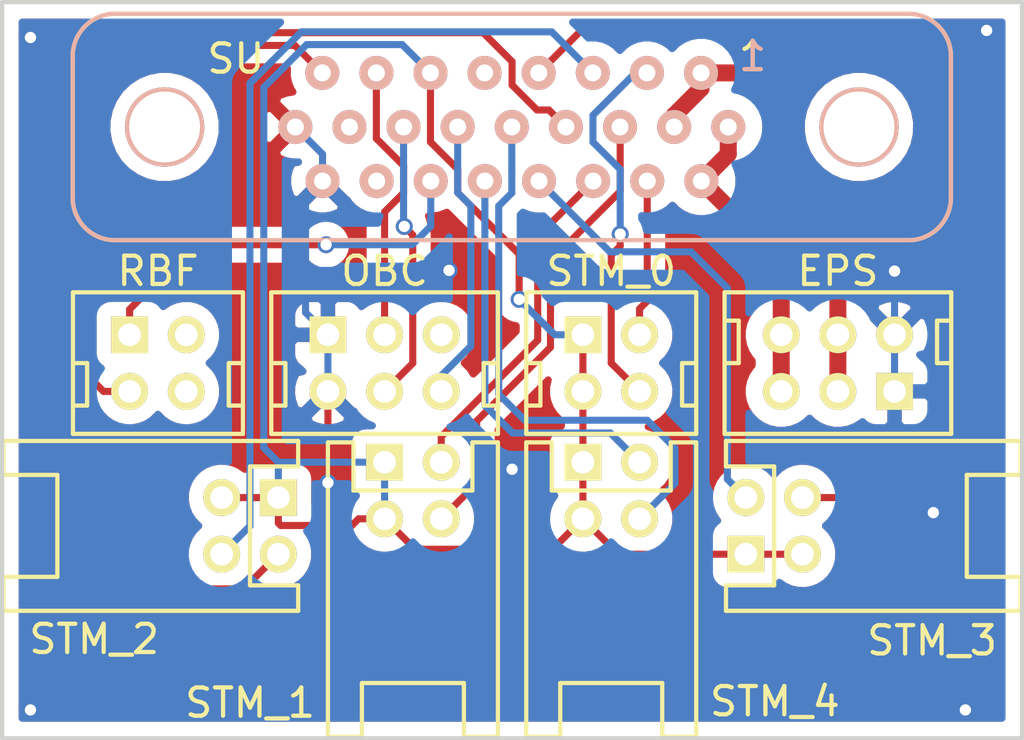
<source format=kicad_pcb>
(kicad_pcb (version 4) (host pcbnew no-vcs-found-product)

  (general
    (links 36)
    (no_connects 0)
    (area 132.624999 83.4 180 116.375001)
    (thickness 1.6)
    (drawings 6)
    (tracks 203)
    (zones 0)
    (modules 9)
    (nets 20)
  )

  (page A4)
  (layers
    (0 F.Cu signal)
    (31 B.Cu signal)
    (32 B.Adhes user)
    (33 F.Adhes user)
    (34 B.Paste user)
    (35 F.Paste user)
    (36 B.SilkS user)
    (37 F.SilkS user)
    (38 B.Mask user)
    (39 F.Mask user)
    (40 Dwgs.User user)
    (41 Cmts.User user)
    (42 Eco1.User user)
    (43 Eco2.User user)
    (44 Edge.Cuts user)
    (45 Margin user)
    (46 B.CrtYd user)
    (47 F.CrtYd user)
    (48 B.Fab user)
    (49 F.Fab user hide)
  )

  (setup
    (last_trace_width 0.25)
    (trace_clearance 0.2)
    (zone_clearance 0.508)
    (zone_45_only no)
    (trace_min 0.2)
    (segment_width 0.2)
    (edge_width 0.15)
    (via_size 0.6)
    (via_drill 0.4)
    (via_min_size 0.4)
    (via_min_drill 0.3)
    (uvia_size 0.3)
    (uvia_drill 0.1)
    (uvias_allowed no)
    (uvia_min_size 0.2)
    (uvia_min_drill 0.1)
    (pcb_text_width 0.3)
    (pcb_text_size 1.5 1.5)
    (mod_edge_width 0.15)
    (mod_text_size 1 1)
    (mod_text_width 0.15)
    (pad_size 1.524 1.524)
    (pad_drill 0.762)
    (pad_to_mask_clearance 0.2)
    (aux_axis_origin 133.25 115.75)
    (grid_origin 133.25 115.75)
    (visible_elements FFFFEF7F)
    (pcbplotparams
      (layerselection 0x00000_7fffffff)
      (usegerberextensions false)
      (excludeedgelayer false)
      (linewidth 0.100000)
      (plotframeref false)
      (viasonmask false)
      (mode 1)
      (useauxorigin false)
      (hpglpennumber 1)
      (hpglpenspeed 20)
      (hpglpendiameter 15)
      (psnegative false)
      (psa4output false)
      (plotreference true)
      (plotvalue true)
      (plotinvisibletext false)
      (padsonsilk false)
      (subtractmaskfromsilk false)
      (outputformat 5)
      (mirror false)
      (drillshape 1)
      (scaleselection 1)
      (outputdirectory ""))
  )

  (net 0 "")
  (net 1 /+3V3)
  (net 2 /STM_TH_GO_0)
  (net 3 /STM_TH_GO_2)
  (net 4 /STM_TH_GO_3)
  (net 5 /STM_SHIELD)
  (net 6 /MNLP_TX)
  (net 7 /BIAS_DISARM)
  (net 8 /+5)
  (net 9 /STM_TH_GO_1)
  (net 10 /STM_TH_RET_2)
  (net 11 /STM_TH_GO_4)
  (net 12 /MNLP_TH_RET)
  (net 13 /MNLP_RX)
  (net 14 /GND)
  (net 15 /STM_TH_RET_0)
  (net 16 /STM_TH_RET_1)
  (net 17 /STM_TH_RET_3)
  (net 18 /STM_TH_RET_4)
  (net 19 /BIAS_DISARM_GND)

  (net_class Default "This is the default net class."
    (clearance 0.2)
    (trace_width 0.25)
    (via_dia 0.6)
    (via_drill 0.4)
    (uvia_dia 0.3)
    (uvia_drill 0.1)
    (add_net /BIAS_DISARM)
    (add_net /BIAS_DISARM_GND)
    (add_net /GND)
    (add_net /MNLP_RX)
    (add_net /MNLP_TH_RET)
    (add_net /MNLP_TX)
    (add_net /STM_SHIELD)
    (add_net /STM_TH_GO_0)
    (add_net /STM_TH_GO_1)
    (add_net /STM_TH_GO_2)
    (add_net /STM_TH_GO_3)
    (add_net /STM_TH_GO_4)
    (add_net /STM_TH_RET_0)
    (add_net /STM_TH_RET_1)
    (add_net /STM_TH_RET_2)
    (add_net /STM_TH_RET_3)
    (add_net /STM_TH_RET_4)
  )

  (net_class PWR ""
    (clearance 0.6)
    (trace_width 0.6)
    (via_dia 0.6)
    (via_drill 0.4)
    (uvia_dia 0.3)
    (uvia_drill 0.1)
    (add_net /+3V3)
    (add_net /+5)
  )

  (module hrs-df11:hrs-df11-4dp-2ds (layer F.Cu) (tedit 56E47F1C) (tstamp 56E47B42)
    (at 142 108.25 90)
    (path /56E46EA1)
    (fp_text reference P7 (at 0 -3.5 90) (layer F.SilkS) hide
      (effects (font (size 1 1) (thickness 0.15)))
    )
    (fp_text value STM_2 (at -4 -5.5 360) (layer F.SilkS)
      (effects (font (size 1 1) (thickness 0.15)))
    )
    (fp_line (start -2.1 0) (end 2.1 0) (layer F.SilkS) (width 0.15))
    (fp_line (start 1.8 -8.7) (end 3 -8.7) (layer F.SilkS) (width 0.15))
    (fp_line (start 1.8 -6.8) (end 1.8 -8.7) (layer F.SilkS) (width 0.15))
    (fp_line (start -1.8 -6.8) (end 1.8 -6.8) (layer F.SilkS) (width 0.15))
    (fp_line (start -1.8 -8.7) (end -1.8 -6.8) (layer F.SilkS) (width 0.15))
    (fp_line (start -3 -8.7) (end -1.8 -8.7) (layer F.SilkS) (width 0.15))
    (fp_line (start 2.1 1.7) (end 2.1 0) (layer F.SilkS) (width 0.15))
    (fp_line (start 3 1.7) (end 2.1 1.7) (layer F.SilkS) (width 0.15))
    (fp_line (start -2.1 1.7) (end -2.1 0) (layer F.SilkS) (width 0.15))
    (fp_line (start -3 1.7) (end -2.1 1.7) (layer F.SilkS) (width 0.15))
    (fp_line (start 3 -8.7) (end 3 1.7) (layer F.SilkS) (width 0.15))
    (fp_line (start -3 1.7) (end -3 -8.7) (layer F.SilkS) (width 0.15))
    (pad 1 thru_hole rect (at 1 1 90) (size 1.3 1.3) (drill 0.8) (layers *.Cu *.Mask F.SilkS)
      (net 5 /STM_SHIELD))
    (pad 2 thru_hole circle (at 1 -1 90) (size 1.3 1.3) (drill 0.8) (layers *.Cu *.Mask F.SilkS)
      (net 5 /STM_SHIELD))
    (pad 3 thru_hole circle (at -1 1 90) (size 1.3 1.3) (drill 0.8) (layers *.Cu *.Mask F.SilkS)
      (net 10 /STM_TH_RET_2))
    (pad 4 thru_hole circle (at -1 -1 90) (size 1.3 1.3) (drill 0.8) (layers *.Cu *.Mask F.SilkS)
      (net 3 /STM_TH_GO_2))
    (model ../../../../../home/liknus/git/lsf-kicad-libs/hrs-df11.3dshapes/hrs-df11-4dp-2ds.wrl
      (at (xyz 0 0 0))
      (scale (xyz 0.3937 0.3937 0.3937))
      (rotate (xyz 0 0 0))
    )
  )

  (module hrs-df11:hrs-df11-4dp-2dsa (layer F.Cu) (tedit 56E47F14) (tstamp 56E47B32)
    (at 154.75 102.5 180)
    (path /56E466C3)
    (fp_text reference P5 (at -1 -3.5 180) (layer F.SilkS) hide
      (effects (font (size 1 1) (thickness 0.15)))
    )
    (fp_text value STM_0 (at 0 3.25 180) (layer F.SilkS)
      (effects (font (size 1 1) (thickness 0.15)))
    )
    (fp_line (start 3 -1.5) (end 2.5 -1.5) (layer F.SilkS) (width 0.15))
    (fp_line (start 2.5 -1.5) (end 2.5 0) (layer F.SilkS) (width 0.15))
    (fp_line (start 2.5 0) (end 3 0) (layer F.SilkS) (width 0.15))
    (fp_line (start -3 -1.5) (end -2.5 -1.5) (layer F.SilkS) (width 0.15))
    (fp_line (start -2.5 -1.5) (end -2.5 0) (layer F.SilkS) (width 0.15))
    (fp_line (start -2.5 0) (end -3 0) (layer F.SilkS) (width 0.15))
    (fp_line (start 3 -2.5) (end 3 2.5) (layer F.SilkS) (width 0.15))
    (fp_line (start 3 2.5) (end -3 2.5) (layer F.SilkS) (width 0.15))
    (fp_line (start -3 2.5) (end -3 -2.5) (layer F.SilkS) (width 0.15))
    (fp_line (start -3 -2.5) (end 3 -2.5) (layer F.SilkS) (width 0.15))
    (pad 1 thru_hole rect (at 1 1 180) (size 1.3 1.3) (drill 0.8) (layers *.Cu *.Mask F.SilkS)
      (net 5 /STM_SHIELD))
    (pad 2 thru_hole circle (at 1 -1 180) (size 1.3 1.3) (drill 0.8) (layers *.Cu *.Mask F.SilkS)
      (net 5 /STM_SHIELD))
    (pad 3 thru_hole circle (at -1 1 180) (size 1.3 1.3) (drill 0.8) (layers *.Cu *.Mask F.SilkS)
      (net 15 /STM_TH_RET_0))
    (pad 4 thru_hole circle (at -1 -1 180) (size 1.3 1.3) (drill 0.8) (layers *.Cu *.Mask F.SilkS)
      (net 2 /STM_TH_GO_0))
    (model ../../../../../home/liknus/git/hrs-df11-library/hrs-df11.3dshapes/hrs-df11-4dp-2dsa.wrl
      (at (xyz 0 0 0))
      (scale (xyz 0.3937 0.3937 0.3937))
      (rotate (xyz 0 0 0))
    )
  )

  (module gmr7580:gmr7580-25p (layer B.Cu) (tedit 56E47F3F) (tstamp 56E47B0E)
    (at 151.24 94.16 180)
    (path /56E44120)
    (fp_text reference P1 (at -11.5 2.5 180) (layer B.SilkS) hide
      (effects (font (size 1 1) (thickness 0.15)) (justify mirror))
    )
    (fp_text value SU (at 9.74 2.41 180) (layer F.SilkS)
      (effects (font (size 1 1) (thickness 0.15)))
    )
    (fp_text user 1 (at -8.5 2.5 180) (layer F.SilkS)
      (effects (font (size 1 1) (thickness 0.15)))
    )
    (fp_text user 1 (at -8.5 2.5 180) (layer B.SilkS)
      (effects (font (size 1 1) (thickness 0.15)) (justify mirror))
    )
    (fp_arc (start -14 2.5) (end -15.5 2.5) (angle -90) (layer B.SilkS) (width 0.15))
    (fp_arc (start -14 -2.5) (end -14 -4) (angle -90) (layer B.SilkS) (width 0.15))
    (fp_arc (start 14 -2.5) (end 15.5 -2.5) (angle -90) (layer B.SilkS) (width 0.15))
    (fp_arc (start 14 2.5) (end 14 4) (angle -90) (layer B.SilkS) (width 0.15))
    (fp_line (start -14 4) (end 14 4) (layer B.SilkS) (width 0.15))
    (fp_line (start -15.5 -2.5) (end -15.5 2.5) (layer B.SilkS) (width 0.15))
    (fp_line (start 14 -4) (end -14 -4) (layer B.SilkS) (width 0.15))
    (fp_line (start 15.5 2.5) (end 15.5 -2.5) (layer B.SilkS) (width 0.15))
    (fp_line (start -14 -4.0007) (end 14 -4.0007) (layer F.SilkS) (width 0.15))
    (fp_arc (start 14 -2.5007) (end 14 -4.0007) (angle 90) (layer F.SilkS) (width 0.15))
    (fp_line (start 15.5 -2.5007) (end 15.5 2.4993) (layer F.SilkS) (width 0.15))
    (fp_arc (start 14 2.4993) (end 15.5 2.4993) (angle 90) (layer F.SilkS) (width 0.15))
    (fp_line (start 14 3.9993) (end -14 3.9993) (layer F.SilkS) (width 0.15))
    (fp_arc (start -14 2.4993) (end -14 3.9993) (angle 90) (layer F.SilkS) (width 0.15))
    (fp_line (start -15.5 2.4993) (end -15.5 -2.5007) (layer F.SilkS) (width 0.15))
    (fp_arc (start -14 -2.5007) (end -15.5 -2.5007) (angle 90) (layer F.SilkS) (width 0.15))
    (pad 2 thru_hole circle (at -6.68 1.91 180) (size 1.2 1.2) (drill 0.6) (layers *.Cu *.Mask B.SilkS)
      (net 1 /+3V3))
    (pad 3 thru_hole circle (at -4.77 1.91 180) (size 1.2 1.2) (drill 0.6) (layers *.Cu *.Mask B.SilkS)
      (net 2 /STM_TH_GO_0))
    (pad 5 thru_hole circle (at -2.86 1.91 180) (size 1.2 1.2) (drill 0.6) (layers *.Cu *.Mask B.SilkS)
      (net 3 /STM_TH_GO_2))
    (pad 6 thru_hole circle (at -0.95 1.91 180) (size 1.2 1.2) (drill 0.6) (layers *.Cu *.Mask B.SilkS)
      (net 4 /STM_TH_GO_3))
    (pad 8 thru_hole circle (at 0.96 1.91 180) (size 1.2 1.2) (drill 0.6) (layers *.Cu *.Mask B.SilkS))
    (pad 9 thru_hole circle (at 2.87 1.91 180) (size 1.2 1.2) (drill 0.6) (layers *.Cu *.Mask B.SilkS)
      (net 5 /STM_SHIELD))
    (pad 11 thru_hole circle (at 4.78 1.91 180) (size 1.2 1.2) (drill 0.6) (layers *.Cu *.Mask B.SilkS)
      (net 6 /MNLP_TX))
    (pad 12 thru_hole circle (at 6.69 1.91 180) (size 1.2 1.2) (drill 0.6) (layers *.Cu *.Mask B.SilkS)
      (net 7 /BIAS_DISARM))
    (pad 1 thru_hole circle (at -7.64 0 180) (size 1.2 1.2) (drill 0.6) (layers *.Cu *.Mask B.SilkS)
      (net 8 /+5))
    (pad 15 thru_hole circle (at -5.73 0 180) (size 1.2 1.2) (drill 0.6) (layers *.Cu *.Mask B.SilkS)
      (net 1 /+3V3))
    (pad 4 thru_hole circle (at -3.82 0 180) (size 1.2 1.2) (drill 0.6) (layers *.Cu *.Mask B.SilkS)
      (net 9 /STM_TH_GO_1))
    (pad 18 thru_hole circle (at -1.91 0 180) (size 1.2 1.2) (drill 0.6) (layers *.Cu *.Mask B.SilkS)
      (net 10 /STM_TH_RET_2))
    (pad 7 thru_hole circle (at 0 0 180) (size 1.2 1.2) (drill 0.6) (layers *.Cu *.Mask B.SilkS)
      (net 11 /STM_TH_GO_4))
    (pad 21 thru_hole circle (at 1.91 0 180) (size 1.2 1.2) (drill 0.6) (layers *.Cu *.Mask B.SilkS)
      (net 12 /MNLP_TH_RET))
    (pad 10 thru_hole circle (at 3.82 0 180) (size 1.2 1.2) (drill 0.6) (layers *.Cu *.Mask B.SilkS)
      (net 13 /MNLP_RX))
    (pad 24 thru_hole circle (at 5.73 0 180) (size 1.2 1.2) (drill 0.6) (layers *.Cu *.Mask B.SilkS))
    (pad 13 thru_hole circle (at 7.64 0 180) (size 1.2 1.2) (drill 0.6) (layers *.Cu *.Mask B.SilkS)
      (net 14 /GND))
    (pad 14 thru_hole circle (at -6.69 -1.91 180) (size 1.2 1.2) (drill 0.6) (layers *.Cu *.Mask B.SilkS)
      (net 8 /+5))
    (pad 16 thru_hole circle (at -4.78 -1.91 180) (size 1.2 1.2) (drill 0.6) (layers *.Cu *.Mask B.SilkS)
      (net 15 /STM_TH_RET_0))
    (pad 17 thru_hole circle (at -2.87 -1.91 180) (size 1.2 1.2) (drill 0.6) (layers *.Cu *.Mask B.SilkS)
      (net 16 /STM_TH_RET_1))
    (pad 19 thru_hole circle (at -0.96 -1.91 180) (size 1.2 1.2) (drill 0.6) (layers *.Cu *.Mask B.SilkS)
      (net 17 /STM_TH_RET_3))
    (pad 20 thru_hole circle (at 0.95 -1.91 180) (size 1.2 1.2) (drill 0.6) (layers *.Cu *.Mask B.SilkS)
      (net 18 /STM_TH_RET_4))
    (pad 22 thru_hole circle (at 2.86 -1.91 180) (size 1.2 1.2) (drill 0.6) (layers *.Cu *.Mask B.SilkS)
      (net 19 /BIAS_DISARM_GND))
    (pad 23 thru_hole circle (at 4.77 -1.91 180) (size 1.2 1.2) (drill 0.6) (layers *.Cu *.Mask B.SilkS))
    (pad 25 thru_hole circle (at 6.68 -1.91 180) (size 1.2 1.2) (drill 0.6) (layers *.Cu *.Mask B.SilkS)
      (net 14 /GND))
    (pad "" thru_hole circle (at 12.255 0 180) (size 2.8 2.8) (drill 2.5) (layers *.Cu *.Mask B.SilkS))
    (pad "" thru_hole circle (at -12.255 0 180) (size 2.8 2.8) (drill 2.5) (layers *.Cu *.Mask B.SilkS))
  )

  (module hrs-df11:hrs-df11-6dp-2dsa (layer F.Cu) (tedit 56E47EEE) (tstamp 56E47B18)
    (at 162.75 102.5)
    (path /56E44527)
    (fp_text reference P2 (at -2 -3.5) (layer F.SilkS) hide
      (effects (font (size 1 1) (thickness 0.15)))
    )
    (fp_text value EPS (at 0 -3.25) (layer F.SilkS)
      (effects (font (size 1 1) (thickness 0.15)))
    )
    (fp_line (start -4 2.5) (end 4 2.5) (layer F.SilkS) (width 0.15))
    (fp_line (start -4 -2.5) (end 4 -2.5) (layer F.SilkS) (width 0.15))
    (fp_line (start 4 -1.5) (end 3.5 -1.5) (layer F.SilkS) (width 0.15))
    (fp_line (start 3.5 -1.5) (end 3.5 0) (layer F.SilkS) (width 0.15))
    (fp_line (start 3.5 0) (end 4 0) (layer F.SilkS) (width 0.15))
    (fp_line (start -4 -1.5) (end -3.5 -1.5) (layer F.SilkS) (width 0.15))
    (fp_line (start -3.5 -1.5) (end -3.5 0) (layer F.SilkS) (width 0.15))
    (fp_line (start -3.5 0) (end -4 0) (layer F.SilkS) (width 0.15))
    (fp_line (start 4 -2.5) (end 4 2.5) (layer F.SilkS) (width 0.15))
    (fp_line (start -4 2.5) (end -4 -2.5) (layer F.SilkS) (width 0.15))
    (pad 1 thru_hole rect (at 2 1) (size 1.3 1.3) (drill 0.8) (layers *.Cu *.Mask F.SilkS)
      (net 14 /GND))
    (pad 2 thru_hole circle (at 2 -1) (size 1.3 1.3) (drill 0.8) (layers *.Cu *.Mask F.SilkS)
      (net 14 /GND))
    (pad 3 thru_hole circle (at 0 1) (size 1.3 1.3) (drill 0.8) (layers *.Cu *.Mask F.SilkS)
      (net 1 /+3V3))
    (pad 4 thru_hole circle (at 0 -1) (size 1.3 1.3) (drill 0.8) (layers *.Cu *.Mask F.SilkS)
      (net 1 /+3V3))
    (pad 5 thru_hole circle (at -2 1) (size 1.3 1.3) (drill 0.8) (layers *.Cu *.Mask F.SilkS)
      (net 8 /+5))
    (pad 6 thru_hole circle (at -2 -1) (size 1.3 1.3) (drill 0.8) (layers *.Cu *.Mask F.SilkS)
      (net 8 /+5))
    (model ../../../../../home/liknus/git/hrs-df11-library/hrs-df11.3dshapes/hrs-df11-6dp-2dsa.wrl
      (at (xyz 0 0 0))
      (scale (xyz 0.3937 0.3937 0.3937))
      (rotate (xyz 0 0 0))
    )
  )

  (module hrs-df11:hrs-df11-6dp-2dsa (layer F.Cu) (tedit 56E47F12) (tstamp 56E47B22)
    (at 146.75 102.5 180)
    (path /56E45111)
    (fp_text reference P3 (at -2 -3.5 180) (layer F.SilkS) hide
      (effects (font (size 1 1) (thickness 0.15)))
    )
    (fp_text value OBC (at 0 3.25 180) (layer F.SilkS)
      (effects (font (size 1 1) (thickness 0.15)))
    )
    (fp_line (start -4 2.5) (end 4 2.5) (layer F.SilkS) (width 0.15))
    (fp_line (start -4 -2.5) (end 4 -2.5) (layer F.SilkS) (width 0.15))
    (fp_line (start 4 -1.5) (end 3.5 -1.5) (layer F.SilkS) (width 0.15))
    (fp_line (start 3.5 -1.5) (end 3.5 0) (layer F.SilkS) (width 0.15))
    (fp_line (start 3.5 0) (end 4 0) (layer F.SilkS) (width 0.15))
    (fp_line (start -4 -1.5) (end -3.5 -1.5) (layer F.SilkS) (width 0.15))
    (fp_line (start -3.5 -1.5) (end -3.5 0) (layer F.SilkS) (width 0.15))
    (fp_line (start -3.5 0) (end -4 0) (layer F.SilkS) (width 0.15))
    (fp_line (start 4 -2.5) (end 4 2.5) (layer F.SilkS) (width 0.15))
    (fp_line (start -4 2.5) (end -4 -2.5) (layer F.SilkS) (width 0.15))
    (pad 1 thru_hole rect (at 2 1 180) (size 1.3 1.3) (drill 0.8) (layers *.Cu *.Mask F.SilkS)
      (net 14 /GND))
    (pad 2 thru_hole circle (at 2 -1 180) (size 1.3 1.3) (drill 0.8) (layers *.Cu *.Mask F.SilkS)
      (net 14 /GND))
    (pad 3 thru_hole circle (at 0 1 180) (size 1.3 1.3) (drill 0.8) (layers *.Cu *.Mask F.SilkS)
      (net 6 /MNLP_TX))
    (pad 4 thru_hole circle (at 0 -1 180) (size 1.3 1.3) (drill 0.8) (layers *.Cu *.Mask F.SilkS)
      (net 13 /MNLP_RX))
    (pad 5 thru_hole circle (at -2 1 180) (size 1.3 1.3) (drill 0.8) (layers *.Cu *.Mask F.SilkS))
    (pad 6 thru_hole circle (at -2 -1 180) (size 1.3 1.3) (drill 0.8) (layers *.Cu *.Mask F.SilkS)
      (net 12 /MNLP_TH_RET))
    (model ../../../../../home/liknus/git/hrs-df11-library/hrs-df11.3dshapes/hrs-df11-6dp-2dsa.wrl
      (at (xyz 0 0 0))
      (scale (xyz 0.3937 0.3937 0.3937))
      (rotate (xyz 0 0 0))
    )
  )

  (module hrs-df11:hrs-df11-4dp-2dsa (layer F.Cu) (tedit 56E47F10) (tstamp 56E47B2A)
    (at 138.75 102.5 180)
    (path /56E47035)
    (fp_text reference P4 (at -1 -3.5 180) (layer F.SilkS) hide
      (effects (font (size 1 1) (thickness 0.15)))
    )
    (fp_text value RBF (at 0 3.25 180) (layer F.SilkS)
      (effects (font (size 1 1) (thickness 0.15)))
    )
    (fp_line (start 3 -1.5) (end 2.5 -1.5) (layer F.SilkS) (width 0.15))
    (fp_line (start 2.5 -1.5) (end 2.5 0) (layer F.SilkS) (width 0.15))
    (fp_line (start 2.5 0) (end 3 0) (layer F.SilkS) (width 0.15))
    (fp_line (start -3 -1.5) (end -2.5 -1.5) (layer F.SilkS) (width 0.15))
    (fp_line (start -2.5 -1.5) (end -2.5 0) (layer F.SilkS) (width 0.15))
    (fp_line (start -2.5 0) (end -3 0) (layer F.SilkS) (width 0.15))
    (fp_line (start 3 -2.5) (end 3 2.5) (layer F.SilkS) (width 0.15))
    (fp_line (start 3 2.5) (end -3 2.5) (layer F.SilkS) (width 0.15))
    (fp_line (start -3 2.5) (end -3 -2.5) (layer F.SilkS) (width 0.15))
    (fp_line (start -3 -2.5) (end 3 -2.5) (layer F.SilkS) (width 0.15))
    (pad 1 thru_hole rect (at 1 1 180) (size 1.3 1.3) (drill 0.8) (layers *.Cu *.Mask F.SilkS)
      (net 19 /BIAS_DISARM_GND))
    (pad 2 thru_hole circle (at 1 -1 180) (size 1.3 1.3) (drill 0.8) (layers *.Cu *.Mask F.SilkS)
      (net 7 /BIAS_DISARM))
    (pad 3 thru_hole circle (at -1 1 180) (size 1.3 1.3) (drill 0.8) (layers *.Cu *.Mask F.SilkS))
    (pad 4 thru_hole circle (at -1 -1 180) (size 1.3 1.3) (drill 0.8) (layers *.Cu *.Mask F.SilkS))
    (model ../../../../../home/liknus/git/hrs-df11-library/hrs-df11.3dshapes/hrs-df11-4dp-2dsa.wrl
      (at (xyz 0 0 0))
      (scale (xyz 0.3937 0.3937 0.3937))
      (rotate (xyz 0 0 0))
    )
  )

  (module hrs-df11:hrs-df11-4dp-2ds (layer F.Cu) (tedit 56E47F28) (tstamp 56E47B3A)
    (at 147.75 107 180)
    (path /56E46E6C)
    (fp_text reference P6 (at 0 -3.5 180) (layer F.SilkS) hide
      (effects (font (size 1 1) (thickness 0.15)))
    )
    (fp_text value STM_1 (at 5.75 -7.5 180) (layer F.SilkS)
      (effects (font (size 1 1) (thickness 0.15)))
    )
    (fp_line (start -2.1 0) (end 2.1 0) (layer F.SilkS) (width 0.15))
    (fp_line (start 1.8 -8.7) (end 3 -8.7) (layer F.SilkS) (width 0.15))
    (fp_line (start 1.8 -6.8) (end 1.8 -8.7) (layer F.SilkS) (width 0.15))
    (fp_line (start -1.8 -6.8) (end 1.8 -6.8) (layer F.SilkS) (width 0.15))
    (fp_line (start -1.8 -8.7) (end -1.8 -6.8) (layer F.SilkS) (width 0.15))
    (fp_line (start -3 -8.7) (end -1.8 -8.7) (layer F.SilkS) (width 0.15))
    (fp_line (start 2.1 1.7) (end 2.1 0) (layer F.SilkS) (width 0.15))
    (fp_line (start 3 1.7) (end 2.1 1.7) (layer F.SilkS) (width 0.15))
    (fp_line (start -2.1 1.7) (end -2.1 0) (layer F.SilkS) (width 0.15))
    (fp_line (start -3 1.7) (end -2.1 1.7) (layer F.SilkS) (width 0.15))
    (fp_line (start 3 -8.7) (end 3 1.7) (layer F.SilkS) (width 0.15))
    (fp_line (start -3 1.7) (end -3 -8.7) (layer F.SilkS) (width 0.15))
    (pad 1 thru_hole rect (at 1 1 180) (size 1.3 1.3) (drill 0.8) (layers *.Cu *.Mask F.SilkS)
      (net 5 /STM_SHIELD))
    (pad 2 thru_hole circle (at 1 -1 180) (size 1.3 1.3) (drill 0.8) (layers *.Cu *.Mask F.SilkS)
      (net 5 /STM_SHIELD))
    (pad 3 thru_hole circle (at -1 1 180) (size 1.3 1.3) (drill 0.8) (layers *.Cu *.Mask F.SilkS)
      (net 16 /STM_TH_RET_1))
    (pad 4 thru_hole circle (at -1 -1 180) (size 1.3 1.3) (drill 0.8) (layers *.Cu *.Mask F.SilkS)
      (net 9 /STM_TH_GO_1))
    (model ../../../../../home/liknus/git/lsf-kicad-libs/hrs-df11.3dshapes/hrs-df11-4dp-2ds.wrl
      (at (xyz 0 0 0))
      (scale (xyz 0.3937 0.3937 0.3937))
      (rotate (xyz 0 0 0))
    )
  )

  (module hrs-df11:hrs-df11-4dp-2ds (layer F.Cu) (tedit 56E47F31) (tstamp 56E47B4A)
    (at 160.5 108.25 270)
    (path /56E46EE3)
    (fp_text reference P8 (at 0 -3.5 270) (layer F.SilkS) hide
      (effects (font (size 1 1) (thickness 0.15)))
    )
    (fp_text value STM_3 (at 4.05 -5.575 360) (layer F.SilkS)
      (effects (font (size 1 1) (thickness 0.15)))
    )
    (fp_line (start -2.1 0) (end 2.1 0) (layer F.SilkS) (width 0.15))
    (fp_line (start 1.8 -8.7) (end 3 -8.7) (layer F.SilkS) (width 0.15))
    (fp_line (start 1.8 -6.8) (end 1.8 -8.7) (layer F.SilkS) (width 0.15))
    (fp_line (start -1.8 -6.8) (end 1.8 -6.8) (layer F.SilkS) (width 0.15))
    (fp_line (start -1.8 -8.7) (end -1.8 -6.8) (layer F.SilkS) (width 0.15))
    (fp_line (start -3 -8.7) (end -1.8 -8.7) (layer F.SilkS) (width 0.15))
    (fp_line (start 2.1 1.7) (end 2.1 0) (layer F.SilkS) (width 0.15))
    (fp_line (start 3 1.7) (end 2.1 1.7) (layer F.SilkS) (width 0.15))
    (fp_line (start -2.1 1.7) (end -2.1 0) (layer F.SilkS) (width 0.15))
    (fp_line (start -3 1.7) (end -2.1 1.7) (layer F.SilkS) (width 0.15))
    (fp_line (start 3 -8.7) (end 3 1.7) (layer F.SilkS) (width 0.15))
    (fp_line (start -3 1.7) (end -3 -8.7) (layer F.SilkS) (width 0.15))
    (pad 1 thru_hole rect (at 1 1 270) (size 1.3 1.3) (drill 0.8) (layers *.Cu *.Mask F.SilkS)
      (net 5 /STM_SHIELD))
    (pad 2 thru_hole circle (at 1 -1 270) (size 1.3 1.3) (drill 0.8) (layers *.Cu *.Mask F.SilkS)
      (net 5 /STM_SHIELD))
    (pad 3 thru_hole circle (at -1 1 270) (size 1.3 1.3) (drill 0.8) (layers *.Cu *.Mask F.SilkS)
      (net 17 /STM_TH_RET_3))
    (pad 4 thru_hole circle (at -1 -1 270) (size 1.3 1.3) (drill 0.8) (layers *.Cu *.Mask F.SilkS)
      (net 4 /STM_TH_GO_3))
    (model ../../../../../home/liknus/git/lsf-kicad-libs/hrs-df11.3dshapes/hrs-df11-4dp-2ds.wrl
      (at (xyz 0 0 0))
      (scale (xyz 0.3937 0.3937 0.3937))
      (rotate (xyz 0 0 0))
    )
  )

  (module hrs-df11:hrs-df11-4dp-2ds (layer F.Cu) (tedit 56E47F2D) (tstamp 56E47B52)
    (at 154.75 107 180)
    (path /56E46F3D)
    (fp_text reference P9 (at 0 -3.5 180) (layer F.SilkS) hide
      (effects (font (size 1 1) (thickness 0.15)))
    )
    (fp_text value STM_4 (at -5.775 -7.45 180) (layer F.SilkS)
      (effects (font (size 1 1) (thickness 0.15)))
    )
    (fp_line (start -2.1 0) (end 2.1 0) (layer F.SilkS) (width 0.15))
    (fp_line (start 1.8 -8.7) (end 3 -8.7) (layer F.SilkS) (width 0.15))
    (fp_line (start 1.8 -6.8) (end 1.8 -8.7) (layer F.SilkS) (width 0.15))
    (fp_line (start -1.8 -6.8) (end 1.8 -6.8) (layer F.SilkS) (width 0.15))
    (fp_line (start -1.8 -8.7) (end -1.8 -6.8) (layer F.SilkS) (width 0.15))
    (fp_line (start -3 -8.7) (end -1.8 -8.7) (layer F.SilkS) (width 0.15))
    (fp_line (start 2.1 1.7) (end 2.1 0) (layer F.SilkS) (width 0.15))
    (fp_line (start 3 1.7) (end 2.1 1.7) (layer F.SilkS) (width 0.15))
    (fp_line (start -2.1 1.7) (end -2.1 0) (layer F.SilkS) (width 0.15))
    (fp_line (start -3 1.7) (end -2.1 1.7) (layer F.SilkS) (width 0.15))
    (fp_line (start 3 -8.7) (end 3 1.7) (layer F.SilkS) (width 0.15))
    (fp_line (start -3 1.7) (end -3 -8.7) (layer F.SilkS) (width 0.15))
    (pad 1 thru_hole rect (at 1 1 180) (size 1.3 1.3) (drill 0.8) (layers *.Cu *.Mask F.SilkS)
      (net 5 /STM_SHIELD))
    (pad 2 thru_hole circle (at 1 -1 180) (size 1.3 1.3) (drill 0.8) (layers *.Cu *.Mask F.SilkS)
      (net 5 /STM_SHIELD))
    (pad 3 thru_hole circle (at -1 1 180) (size 1.3 1.3) (drill 0.8) (layers *.Cu *.Mask F.SilkS)
      (net 18 /STM_TH_RET_4))
    (pad 4 thru_hole circle (at -1 -1 180) (size 1.3 1.3) (drill 0.8) (layers *.Cu *.Mask F.SilkS)
      (net 11 /STM_TH_GO_4))
    (model ../../../../../home/liknus/git/lsf-kicad-libs/hrs-df11.3dshapes/hrs-df11-4dp-2ds.wrl
      (at (xyz 0 0 0))
      (scale (xyz 0.3937 0.3937 0.3937))
      (rotate (xyz 0 0 0))
    )
  )

  (dimension 26 (width 0.3) (layer F.Fab)
    (gr_text "26.000 mm" (at 173.35 102.75 270) (layer F.Fab)
      (effects (font (size 1.5 1.5) (thickness 0.3)))
    )
    (feature1 (pts (xy 169.25 115.75) (xy 174.7 115.75)))
    (feature2 (pts (xy 169.25 89.75) (xy 174.7 89.75)))
    (crossbar (pts (xy 172 89.75) (xy 172 115.75)))
    (arrow1a (pts (xy 172 115.75) (xy 171.413579 114.623496)))
    (arrow1b (pts (xy 172 115.75) (xy 172.586421 114.623496)))
    (arrow2a (pts (xy 172 89.75) (xy 171.413579 90.876504)))
    (arrow2b (pts (xy 172 89.75) (xy 172.586421 90.876504)))
  )
  (dimension 36 (width 0.3) (layer F.Fab)
    (gr_text "36.000 mm" (at 151.25 84.9) (layer F.Fab)
      (effects (font (size 1.5 1.5) (thickness 0.3)))
    )
    (feature1 (pts (xy 169.25 89.75) (xy 169.25 83.55)))
    (feature2 (pts (xy 133.25 89.75) (xy 133.25 83.55)))
    (crossbar (pts (xy 133.25 86.25) (xy 169.25 86.25)))
    (arrow1a (pts (xy 169.25 86.25) (xy 168.123496 86.836421)))
    (arrow1b (pts (xy 169.25 86.25) (xy 168.123496 85.663579)))
    (arrow2a (pts (xy 133.25 86.25) (xy 134.376504 86.836421)))
    (arrow2b (pts (xy 133.25 86.25) (xy 134.376504 85.663579)))
  )
  (gr_line (start 133.25 89.75) (end 169.25 89.75) (layer Edge.Cuts) (width 0.15))
  (gr_line (start 133.25 115.75) (end 133.25 89.75) (layer Edge.Cuts) (width 0.15))
  (gr_line (start 169.25 115.75) (end 133.25 115.75) (layer Edge.Cuts) (width 0.15))
  (gr_line (start 169.25 89.75) (end 169.25 115.75) (layer Edge.Cuts) (width 0.15))

  (segment (start 157.92 92.25) (end 157.92 92.800751) (width 0.6) (layer F.Cu) (net 1))
  (segment (start 157.92 92.800751) (end 156.97 93.750751) (width 0.6) (layer F.Cu) (net 1))
  (segment (start 156.97 93.750751) (end 156.97 94.16) (width 0.6) (layer F.Cu) (net 1))
  (segment (start 162.75 101.5) (end 162.75 99) (width 0.6) (layer F.Cu) (net 1))
  (segment (start 162.75 99) (end 160.378729 96.628729) (width 0.6) (layer F.Cu) (net 1))
  (segment (start 160.378729 96.628729) (end 160.378729 94.881273) (width 0.6) (layer F.Cu) (net 1))
  (segment (start 160.378729 94.881273) (end 160.380001 94.880001) (width 0.6) (layer F.Cu) (net 1))
  (segment (start 160.380001 93.439999) (end 160.378729 93.438727) (width 0.6) (layer F.Cu) (net 1))
  (segment (start 160.378729 93.438727) (end 160.378729 93.378729) (width 0.6) (layer F.Cu) (net 1))
  (segment (start 160.380001 94.880001) (end 160.380001 93.439999) (width 0.6) (layer F.Cu) (net 1))
  (segment (start 160.378729 93.378729) (end 159.25 92.25) (width 0.6) (layer F.Cu) (net 1))
  (segment (start 159.25 92.25) (end 157.92 92.25) (width 0.6) (layer F.Cu) (net 1))
  (segment (start 162.75 103.5) (end 162.75 101.5) (width 0.6) (layer F.Cu) (net 1))
  (segment (start 156.01 92.25) (end 156.009375 92.249375) (width 0.25) (layer B.Cu) (net 2))
  (segment (start 156.009375 92.249375) (end 155.601623 92.249375) (width 0.25) (layer B.Cu) (net 2))
  (segment (start 155.066077 95.657075) (end 155.066077 97.944216) (width 0.25) (layer B.Cu) (net 2))
  (segment (start 155.601623 92.249375) (end 154.104932 93.746066) (width 0.25) (layer B.Cu) (net 2))
  (segment (start 154.104932 93.746066) (end 154.104932 94.69593) (width 0.25) (layer B.Cu) (net 2))
  (segment (start 154.104932 94.69593) (end 155.066077 95.657075) (width 0.25) (layer B.Cu) (net 2))
  (segment (start 154.75 98.684557) (end 154.75 102.5) (width 0.25) (layer F.Cu) (net 2))
  (segment (start 154.75 102.5) (end 155.75 103.5) (width 0.25) (layer F.Cu) (net 2))
  (segment (start 155.066077 97.944216) (end 155.066077 98.36848) (width 0.25) (layer F.Cu) (net 2))
  (segment (start 155.066077 98.36848) (end 154.75 98.684557) (width 0.25) (layer F.Cu) (net 2))
  (via (at 155.066077 97.944216) (size 0.6) (drill 0.4) (layers F.Cu B.Cu) (net 2))
  (segment (start 143.8136 90.799989) (end 142.4 92.21359) (width 0.25) (layer B.Cu) (net 3))
  (segment (start 142.4 92.21359) (end 142.031708 92.581882) (width 0.25) (layer B.Cu) (net 3))
  (segment (start 141 109.25) (end 141.996931 108.253069) (width 0.25) (layer B.Cu) (net 3))
  (segment (start 141.996931 108.253069) (end 141.996931 92.616659) (width 0.25) (layer B.Cu) (net 3))
  (segment (start 141.996931 92.616659) (end 142.4 92.21359) (width 0.25) (layer B.Cu) (net 3))
  (segment (start 154.1 92.25) (end 152.649989 90.799989) (width 0.25) (layer B.Cu) (net 3))
  (segment (start 152.649989 90.799989) (end 143.8136 90.799989) (width 0.25) (layer B.Cu) (net 3))
  (segment (start 166.645988 104.675) (end 166.645988 92.190937) (width 0.25) (layer F.Cu) (net 4))
  (segment (start 161.5 107.25) (end 164.070988 107.25) (width 0.25) (layer F.Cu) (net 4))
  (segment (start 164.070988 107.25) (end 166.645988 104.675) (width 0.25) (layer F.Cu) (net 4))
  (segment (start 152.789999 91.650001) (end 152.19 92.25) (width 0.25) (layer F.Cu) (net 4))
  (segment (start 166.645988 92.190937) (end 165.258 90.802949) (width 0.25) (layer F.Cu) (net 4))
  (segment (start 165.258 90.802949) (end 153.637051 90.802949) (width 0.25) (layer F.Cu) (net 4))
  (segment (start 153.637051 90.802949) (end 152.789999 91.650001) (width 0.25) (layer F.Cu) (net 4))
  (segment (start 143 108.15) (end 143.085977 108.235977) (width 0.25) (layer F.Cu) (net 5))
  (segment (start 143 107.25) (end 143 108.15) (width 0.25) (layer F.Cu) (net 5))
  (segment (start 143.085977 108.235977) (end 145.594785 108.235977) (width 0.25) (layer F.Cu) (net 5))
  (segment (start 145.594785 108.235977) (end 145.830762 108) (width 0.25) (layer F.Cu) (net 5))
  (segment (start 145.830762 108) (end 146.75 108) (width 0.25) (layer F.Cu) (net 5))
  (segment (start 148.37 92.25) (end 148.37 94.690998) (width 0.25) (layer F.Cu) (net 5))
  (segment (start 149.33305 96.483157) (end 151.5 98.650107) (width 0.25) (layer F.Cu) (net 5))
  (segment (start 148.37 94.690998) (end 149.33305 95.654048) (width 0.25) (layer F.Cu) (net 5))
  (segment (start 149.33305 95.654048) (end 149.33305 96.483157) (width 0.25) (layer F.Cu) (net 5))
  (segment (start 151.5 98.650107) (end 151.5 100.25) (width 0.25) (layer F.Cu) (net 5))
  (segment (start 151.5 100.25) (end 152.75 101.5) (width 0.25) (layer B.Cu) (net 5))
  (segment (start 152.75 101.5) (end 153.75 101.5) (width 0.25) (layer B.Cu) (net 5))
  (via (at 151.5 100.25) (size 0.6) (drill 0.4) (layers F.Cu B.Cu) (net 5))
  (segment (start 146.75 106) (end 145.85 106) (width 0.25) (layer B.Cu) (net 5))
  (segment (start 145.85 106) (end 143 106) (width 0.25) (layer B.Cu) (net 5))
  (segment (start 148.37 92.25) (end 147.37 91.25) (width 0.25) (layer B.Cu) (net 5))
  (segment (start 147.37 91.25) (end 144 91.25) (width 0.25) (layer B.Cu) (net 5))
  (segment (start 144 91.25) (end 142.486527 92.763473) (width 0.25) (layer B.Cu) (net 5))
  (segment (start 142.486527 92.763473) (end 142.486527 105.487498) (width 0.25) (layer B.Cu) (net 5))
  (segment (start 142.486527 105.487498) (end 142.999029 106) (width 0.25) (layer B.Cu) (net 5))
  (segment (start 142.999029 106) (end 143 106) (width 0.25) (layer B.Cu) (net 5))
  (segment (start 153.75 106) (end 153.75 105.1) (width 0.25) (layer F.Cu) (net 5))
  (segment (start 153.75 105.1) (end 153.75 103.5) (width 0.25) (layer F.Cu) (net 5))
  (segment (start 159.5 109.25) (end 161.5 109.25) (width 0.25) (layer F.Cu) (net 5))
  (segment (start 153.75 108) (end 153.75 106) (width 0.25) (layer F.Cu) (net 5))
  (segment (start 153.75 108) (end 155 109.25) (width 0.25) (layer F.Cu) (net 5))
  (segment (start 155 109.25) (end 159.5 109.25) (width 0.25) (layer F.Cu) (net 5))
  (segment (start 146.75 108) (end 147.825 109.075) (width 0.25) (layer F.Cu) (net 5))
  (segment (start 152.675 109.075) (end 153.100001 108.649999) (width 0.25) (layer F.Cu) (net 5))
  (segment (start 147.825 109.075) (end 152.675 109.075) (width 0.25) (layer F.Cu) (net 5))
  (segment (start 153.100001 108.649999) (end 153.75 108) (width 0.25) (layer F.Cu) (net 5))
  (segment (start 141 107.25) (end 143 107.25) (width 0.25) (layer F.Cu) (net 5))
  (segment (start 146.75 106) (end 146.75 108) (width 0.25) (layer B.Cu) (net 5))
  (segment (start 143 106) (end 143 107.25) (width 0.25) (layer B.Cu) (net 5))
  (segment (start 153.75 103.5) (end 153.75 101.5) (width 0.25) (layer F.Cu) (net 5))
  (segment (start 146.75 101.5) (end 146.75 97.159002) (width 0.25) (layer F.Cu) (net 6))
  (segment (start 146.75 97.159002) (end 147.420731 96.488271) (width 0.25) (layer F.Cu) (net 6))
  (segment (start 147.420731 95.529733) (end 146.46 94.569002) (width 0.25) (layer F.Cu) (net 6))
  (segment (start 146.46 94.569002) (end 146.46 93.098528) (width 0.25) (layer F.Cu) (net 6))
  (segment (start 147.420731 96.488271) (end 147.420731 95.529733) (width 0.25) (layer F.Cu) (net 6))
  (segment (start 146.46 93.098528) (end 146.46 92.25) (width 0.25) (layer F.Cu) (net 6))
  (segment (start 137.75 103.5) (end 136.830762 103.5) (width 0.25) (layer F.Cu) (net 7))
  (segment (start 135.939234 92.463027) (end 137.122282 91.279979) (width 0.25) (layer F.Cu) (net 7))
  (segment (start 136.830762 103.5) (end 135.939234 102.608472) (width 0.25) (layer F.Cu) (net 7))
  (segment (start 135.939234 102.608472) (end 135.939234 92.463027) (width 0.25) (layer F.Cu) (net 7))
  (segment (start 137.122282 91.279979) (end 143.579979 91.279979) (width 0.25) (layer F.Cu) (net 7))
  (segment (start 143.579979 91.279979) (end 144.55 92.25) (width 0.25) (layer F.Cu) (net 7))
  (segment (start 158.88 94.16) (end 158.88 95.12) (width 0.6) (layer F.Cu) (net 8))
  (segment (start 158.88 95.12) (end 157.93 96.07) (width 0.6) (layer F.Cu) (net 8))
  (segment (start 160.75 101.5) (end 160.75 98.89) (width 0.6) (layer F.Cu) (net 8))
  (segment (start 160.75 98.89) (end 157.93 96.07) (width 0.6) (layer F.Cu) (net 8))
  (segment (start 160.75 103.5) (end 160.75 101.5) (width 0.6) (layer F.Cu) (net 8))
  (segment (start 155.06 94.16) (end 155.06593 94.16593) (width 0.25) (layer F.Cu) (net 9))
  (segment (start 152.605314 101.940112) (end 150 104.545426) (width 0.25) (layer F.Cu) (net 9))
  (segment (start 155.06593 94.16593) (end 155.06593 96.43407) (width 0.25) (layer F.Cu) (net 9))
  (segment (start 155.06593 96.43407) (end 152.605314 98.894686) (width 0.25) (layer F.Cu) (net 9))
  (segment (start 152.605314 98.894686) (end 152.605314 101.940112) (width 0.25) (layer F.Cu) (net 9))
  (segment (start 150 104.545426) (end 150 106.75) (width 0.25) (layer F.Cu) (net 9))
  (segment (start 150 106.75) (end 148.75 108) (width 0.25) (layer F.Cu) (net 9))
  (segment (start 153.15 94.16) (end 152.550001 93.560001) (width 0.25) (layer F.Cu) (net 10))
  (segment (start 152.550001 93.560001) (end 152.130999 93.560001) (width 0.25) (layer F.Cu) (net 10))
  (segment (start 152.130999 93.560001) (end 151.25 92.679002) (width 0.25) (layer F.Cu) (net 10))
  (segment (start 151.25 92.679002) (end 151.25 91.850998) (width 0.25) (layer F.Cu) (net 10))
  (segment (start 136.935882 90.829968) (end 135.473719 92.292131) (width 0.25) (layer F.Cu) (net 10))
  (segment (start 151.25 91.850998) (end 150.22897 90.829968) (width 0.25) (layer F.Cu) (net 10))
  (segment (start 141.775 110.475) (end 143 109.25) (width 0.25) (layer F.Cu) (net 10))
  (segment (start 150.22897 90.829968) (end 136.935882 90.829968) (width 0.25) (layer F.Cu) (net 10))
  (segment (start 135.473719 92.292131) (end 135.473719 105.773719) (width 0.25) (layer F.Cu) (net 10))
  (segment (start 135.473719 105.773719) (end 140.175 110.475) (width 0.25) (layer F.Cu) (net 10))
  (segment (start 140.175 110.475) (end 141.775 110.475) (width 0.25) (layer F.Cu) (net 10))
  (segment (start 155.75 108) (end 157 106.75) (width 0.25) (layer B.Cu) (net 11))
  (segment (start 157 106.75) (end 157 105.5) (width 0.25) (layer B.Cu) (net 11))
  (segment (start 157 105.5) (end 156.017193 104.517193) (width 0.25) (layer B.Cu) (net 11))
  (segment (start 156.017193 104.517193) (end 151.697934 104.517193) (width 0.25) (layer B.Cu) (net 11))
  (segment (start 151.697934 104.517193) (end 150.779162 103.598421) (width 0.25) (layer B.Cu) (net 11))
  (segment (start 150.779162 103.598421) (end 150.779162 96.94984) (width 0.25) (layer B.Cu) (net 11))
  (segment (start 150.779162 96.94984) (end 151.24 96.489002) (width 0.25) (layer B.Cu) (net 11))
  (segment (start 151.24 96.489002) (end 151.24 95.650998) (width 0.25) (layer B.Cu) (net 11))
  (segment (start 151.24 95.650998) (end 151.24 94.16) (width 0.25) (layer B.Cu) (net 11))
  (segment (start 148.75 103.5) (end 148.75 102.943002) (width 0.25) (layer B.Cu) (net 12))
  (segment (start 148.75 102.943002) (end 149.79442 101.898582) (width 0.25) (layer B.Cu) (net 12))
  (segment (start 149.79442 101.898582) (end 149.79442 96.943422) (width 0.25) (layer B.Cu) (net 12))
  (segment (start 149.79442 96.943422) (end 149.33 96.479002) (width 0.25) (layer B.Cu) (net 12))
  (segment (start 149.33 96.479002) (end 149.33 95.660998) (width 0.25) (layer B.Cu) (net 12))
  (segment (start 149.33 95.660998) (end 149.33 94.16) (width 0.25) (layer B.Cu) (net 12))
  (segment (start 147.743911 102.506089) (end 147.743911 97.9745) (width 0.25) (layer F.Cu) (net 13))
  (segment (start 146.75 103.5) (end 147.743911 102.506089) (width 0.25) (layer F.Cu) (net 13))
  (segment (start 147.42 97.650589) (end 147.443912 97.674501) (width 0.25) (layer B.Cu) (net 13))
  (segment (start 147.743911 97.9745) (end 147.443912 97.674501) (width 0.25) (layer F.Cu) (net 13))
  (segment (start 147.42 94.16) (end 147.42 97.650589) (width 0.25) (layer B.Cu) (net 13))
  (via (at 147.443912 97.674501) (size 0.6) (drill 0.4) (layers F.Cu B.Cu) (net 13))
  (segment (start 144.750464 109.500464) (end 144.750464 107.14997) (width 0.25) (layer B.Cu) (net 14))
  (segment (start 144.750464 107.14997) (end 144.750464 106.725706) (width 0.25) (layer B.Cu) (net 14))
  (segment (start 146 110.75) (end 144.750464 109.500464) (width 0.25) (layer B.Cu) (net 14))
  (segment (start 144.75 106.725242) (end 144.750464 106.725706) (width 0.25) (layer F.Cu) (net 14))
  (segment (start 144.75 103.5) (end 144.75 106.725242) (width 0.25) (layer F.Cu) (net 14))
  (via (at 144.750464 106.725706) (size 0.6) (drill 0.4) (layers F.Cu B.Cu) (net 14))
  (segment (start 165.818906 108.082646) (end 166.118905 107.782647) (width 0.25) (layer B.Cu) (net 14))
  (segment (start 163.151552 110.75) (end 165.818906 108.082646) (width 0.25) (layer B.Cu) (net 14))
  (segment (start 163.144453 110.75) (end 163.151552 110.75) (width 0.25) (layer B.Cu) (net 14))
  (segment (start 165.818906 107.482648) (end 166.118905 107.782647) (width 0.25) (layer B.Cu) (net 14))
  (segment (start 164.75 103.5) (end 164.75 106.413742) (width 0.25) (layer B.Cu) (net 14))
  (segment (start 164.75 106.413742) (end 165.818906 107.482648) (width 0.25) (layer B.Cu) (net 14))
  (via (at 166.118905 107.782647) (size 0.6) (drill 0.4) (layers F.Cu B.Cu) (net 14))
  (segment (start 151.25 109.925) (end 151.25 106.25) (width 0.25) (layer B.Cu) (net 14))
  (via (at 151.25 106.25) (size 0.6) (drill 0.4) (layers F.Cu B.Cu) (net 14))
  (segment (start 150.425 110.75) (end 151.25 109.925) (width 0.25) (layer B.Cu) (net 14))
  (segment (start 150.075 110.75) (end 163.144453 110.75) (width 0.25) (layer B.Cu) (net 14))
  (segment (start 146 110.75) (end 150.075 110.75) (width 0.25) (layer B.Cu) (net 14))
  (segment (start 150.075 110.75) (end 150.425 110.75) (width 0.25) (layer B.Cu) (net 14))
  (segment (start 143.960001 99.225) (end 143.960001 100.710001) (width 0.25) (layer B.Cu) (net 14))
  (via (at 149.025 99.225) (size 0.6) (drill 0.4) (layers F.Cu B.Cu) (net 14))
  (segment (start 143.960001 96.669999) (end 143.960001 99.225) (width 0.25) (layer B.Cu) (net 14))
  (segment (start 143.960001 99.225) (end 149.025 99.225) (width 0.25) (layer B.Cu) (net 14))
  (segment (start 168 97) (end 168 90.75) (width 0.25) (layer B.Cu) (net 14))
  (via (at 168 90.75) (size 0.6) (drill 0.4) (layers F.Cu B.Cu) (net 14))
  (segment (start 164.75 100.25) (end 164.75 99.25) (width 0.25) (layer B.Cu) (net 14))
  (segment (start 164.75 100.25) (end 168 97) (width 0.25) (layer B.Cu) (net 14))
  (segment (start 164.75 101.5) (end 164.75 100.25) (width 0.25) (layer B.Cu) (net 14))
  (segment (start 134.25 106.75) (end 134.25 91) (width 0.25) (layer B.Cu) (net 14))
  (via (at 134.25 91) (size 0.6) (drill 0.4) (layers F.Cu B.Cu) (net 14))
  (segment (start 138.25 110.75) (end 134.25 106.75) (width 0.25) (layer B.Cu) (net 14))
  (segment (start 163.144453 110.75) (end 163.25 110.75) (width 0.25) (layer B.Cu) (net 14))
  (segment (start 163.25 110.75) (end 167.25 114.75) (width 0.25) (layer B.Cu) (net 14))
  (via (at 167.25 114.75) (size 0.6) (drill 0.4) (layers F.Cu B.Cu) (net 14))
  (segment (start 146 110.75) (end 138.25 110.75) (width 0.25) (layer B.Cu) (net 14))
  (segment (start 138.25 110.75) (end 134.25 114.75) (width 0.25) (layer B.Cu) (net 14))
  (via (at 134.25 114.75) (size 0.6) (drill 0.4) (layers F.Cu B.Cu) (net 14))
  (segment (start 144.56 96.07) (end 143.960001 96.669999) (width 0.25) (layer B.Cu) (net 14))
  (segment (start 143.960001 100.710001) (end 144.75 101.5) (width 0.25) (layer B.Cu) (net 14))
  (segment (start 144.75 103.5) (end 144.75 101.5) (width 0.25) (layer B.Cu) (net 14))
  (segment (start 144.56 96.07) (end 144.56 95.12) (width 0.25) (layer B.Cu) (net 14))
  (segment (start 144.56 95.12) (end 143.6 94.16) (width 0.25) (layer B.Cu) (net 14))
  (via (at 164.75 99.25) (size 0.6) (drill 0.4) (layers F.Cu B.Cu) (net 14))
  (segment (start 164.75 103.5) (end 164.75 101.5) (width 0.25) (layer B.Cu) (net 14))
  (segment (start 155.75 101.5) (end 155.75 100.580762) (width 0.25) (layer F.Cu) (net 15))
  (segment (start 155.75 100.580762) (end 156.02 100.310762) (width 0.25) (layer F.Cu) (net 15))
  (segment (start 156.02 100.310762) (end 156.02 96.07) (width 0.25) (layer F.Cu) (net 15))
  (segment (start 148.75 106) (end 148.75 105.094117) (width 0.25) (layer F.Cu) (net 16))
  (segment (start 152.153943 98.026057) (end 153.510001 96.669999) (width 0.25) (layer F.Cu) (net 16))
  (segment (start 153.510001 96.669999) (end 154.11 96.07) (width 0.25) (layer F.Cu) (net 16))
  (segment (start 148.75 105.094117) (end 152.153943 101.690174) (width 0.25) (layer F.Cu) (net 16))
  (segment (start 152.153943 101.690174) (end 152.153943 98.026057) (width 0.25) (layer F.Cu) (net 16))
  (segment (start 157.569217 98.569217) (end 154.7 98.569217) (width 0.25) (layer B.Cu) (net 17))
  (segment (start 154.569217 98.439217) (end 154.57 98.439217) (width 0.25) (layer B.Cu) (net 17))
  (segment (start 154.57 98.439217) (end 154.7 98.569217) (width 0.25) (layer B.Cu) (net 17))
  (segment (start 159.5 107.25) (end 158.850001 106.600001) (width 0.25) (layer B.Cu) (net 17))
  (segment (start 158.850001 106.600001) (end 158.850001 99.850001) (width 0.25) (layer B.Cu) (net 17))
  (segment (start 158.850001 99.850001) (end 157.569217 98.569217) (width 0.25) (layer B.Cu) (net 17))
  (segment (start 154.569217 98.439217) (end 152.2 96.07) (width 0.25) (layer B.Cu) (net 17))
  (segment (start 152.799999 96.669999) (end 152.2 96.07) (width 0.25) (layer B.Cu) (net 17))
  (segment (start 150.29 96.918528) (end 150.29 96.07) (width 0.25) (layer B.Cu) (net 18))
  (segment (start 150.29 103.993143) (end 150.29 96.918528) (width 0.25) (layer B.Cu) (net 18))
  (segment (start 151.264061 104.967204) (end 150.29 103.993143) (width 0.25) (layer B.Cu) (net 18))
  (segment (start 154.717204 104.967204) (end 151.264061 104.967204) (width 0.25) (layer B.Cu) (net 18))
  (segment (start 155.75 106) (end 154.717204 104.967204) (width 0.25) (layer B.Cu) (net 18))
  (segment (start 140.030587 98.319413) (end 144.260692 98.319413) (width 0.25) (layer F.Cu) (net 19))
  (segment (start 137.75 100.6) (end 140.030587 98.319413) (width 0.25) (layer F.Cu) (net 19))
  (segment (start 137.75 101.5) (end 137.75 100.6) (width 0.25) (layer F.Cu) (net 19))
  (segment (start 145.10922 98.319413) (end 144.684956 98.319413) (width 0.25) (layer B.Cu) (net 19))
  (segment (start 148.38 97.663415) (end 147.724002 98.319413) (width 0.25) (layer B.Cu) (net 19))
  (segment (start 147.724002 98.319413) (end 145.10922 98.319413) (width 0.25) (layer B.Cu) (net 19))
  (via (at 144.684956 98.319413) (size 0.6) (drill 0.4) (layers F.Cu B.Cu) (net 19))
  (segment (start 148.38 96.07) (end 148.38 97.663415) (width 0.25) (layer B.Cu) (net 19))
  (segment (start 144.260692 98.319413) (end 144.684956 98.319413) (width 0.25) (layer F.Cu) (net 19))

  (zone (net 14) (net_name /GND) (layer F.Cu) (tstamp 0) (hatch edge 0.508)
    (connect_pads (clearance 0.508))
    (min_thickness 0.254)
    (fill yes (arc_segments 32) (thermal_gap 0.508) (thermal_bridge_width 0.508))
    (polygon
      (pts
        (xy 133.235045 89.75) (xy 133.235045 115.75) (xy 169.235045 115.75) (xy 169.235045 89.75)
      )
    )
    (filled_polygon
      (pts
        (xy 134.936318 91.75473) (xy 134.891751 91.808986) (xy 134.846633 91.862756) (xy 134.844708 91.866257) (xy 134.842171 91.869346)
        (xy 134.809006 91.931198) (xy 134.775176 91.992735) (xy 134.773967 91.996547) (xy 134.77208 92.000066) (xy 134.751567 92.067162)
        (xy 134.730327 92.134118) (xy 134.729881 92.13809) (xy 134.728713 92.141912) (xy 134.721616 92.21178) (xy 134.713793 92.28152)
        (xy 134.713739 92.289325) (xy 134.713723 92.289478) (xy 134.713737 92.289621) (xy 134.713719 92.292131) (xy 134.713719 105.773719)
        (xy 134.72057 105.843596) (xy 134.726688 105.913522) (xy 134.727803 105.91736) (xy 134.728193 105.921337) (xy 134.748483 105.98854)
        (xy 134.76807 106.055959) (xy 134.769909 106.059507) (xy 134.771064 106.063332) (xy 134.804018 106.12531) (xy 134.836329 106.187644)
        (xy 134.838822 106.190767) (xy 134.840699 106.194297) (xy 134.885074 106.248706) (xy 134.928867 106.303565) (xy 134.93435 106.309125)
        (xy 134.934445 106.309241) (xy 134.934553 106.30933) (xy 134.936318 106.31112) (xy 139.637599 111.012401) (xy 139.691855 111.056968)
        (xy 139.745625 111.102086) (xy 139.749126 111.104011) (xy 139.752215 111.106548) (xy 139.814067 111.139713) (xy 139.875604 111.173543)
        (xy 139.879416 111.174752) (xy 139.882935 111.176639) (xy 139.950031 111.197152) (xy 140.016987 111.218392) (xy 140.020959 111.218838)
        (xy 140.024781 111.220006) (xy 140.094605 111.227098) (xy 140.164389 111.234926) (xy 140.172204 111.234981) (xy 140.172347 111.234995)
        (xy 140.17248 111.234982) (xy 140.175 111.235) (xy 141.775 111.235) (xy 141.844877 111.228149) (xy 141.914803 111.222031)
        (xy 141.918641 111.220916) (xy 141.922618 111.220526) (xy 141.989821 111.200236) (xy 142.05724 111.180649) (xy 142.060788 111.17881)
        (xy 142.064613 111.177655) (xy 142.126591 111.144701) (xy 142.188925 111.11239) (xy 142.192048 111.109897) (xy 142.195578 111.10802)
        (xy 142.249987 111.063645) (xy 142.304846 111.019852) (xy 142.310406 111.014369) (xy 142.310522 111.014274) (xy 142.310611 111.014166)
        (xy 142.312401 111.012401) (xy 142.802481 110.522321) (xy 142.847115 110.532135) (xy 143.099061 110.537412) (xy 143.347234 110.493653)
        (xy 143.582181 110.402523) (xy 143.794953 110.267494) (xy 143.977446 110.093708) (xy 144.122708 109.887787) (xy 144.225206 109.657572)
        (xy 144.281036 109.411833) (xy 144.285056 109.123999) (xy 144.259707 108.995977) (xy 145.594785 108.995977) (xy 145.664662 108.989126)
        (xy 145.734588 108.983008) (xy 145.738426 108.981893) (xy 145.742403 108.981503) (xy 145.809606 108.961213) (xy 145.873788 108.942566)
        (xy 145.913136 108.983312) (xy 146.120067 109.127133) (xy 146.350992 109.228021) (xy 146.597115 109.282135) (xy 146.849061 109.287412)
        (xy 146.94559 109.270392) (xy 147.287599 109.612401) (xy 147.341855 109.656968) (xy 147.395625 109.702086) (xy 147.399126 109.704011)
        (xy 147.402215 109.706548) (xy 147.464102 109.739732) (xy 147.525604 109.773543) (xy 147.529412 109.774751) (xy 147.532935 109.77664)
        (xy 147.600118 109.79718) (xy 147.666987 109.818392) (xy 147.670954 109.818837) (xy 147.674781 109.820007) (xy 147.744699 109.827109)
        (xy 147.814389 109.834926) (xy 147.822194 109.83498) (xy 147.822347 109.834996) (xy 147.82249 109.834982) (xy 147.825 109.835)
        (xy 152.675 109.835) (xy 152.744877 109.828149) (xy 152.814803 109.822031) (xy 152.818641 109.820916) (xy 152.822618 109.820526)
        (xy 152.889821 109.800236) (xy 152.95724 109.780649) (xy 152.960788 109.77881) (xy 152.964613 109.777655) (xy 153.026591 109.744701)
        (xy 153.088925 109.71239) (xy 153.092048 109.709897) (xy 153.095578 109.70802) (xy 153.149987 109.663645) (xy 153.204846 109.619852)
        (xy 153.210406 109.614369) (xy 153.210522 109.614274) (xy 153.210611 109.614166) (xy 153.212401 109.612401) (xy 153.552481 109.272321)
        (xy 153.597115 109.282135) (xy 153.849061 109.287412) (xy 153.94559 109.270392) (xy 154.462599 109.787401) (xy 154.516855 109.831968)
        (xy 154.570625 109.877086) (xy 154.574126 109.879011) (xy 154.577215 109.881548) (xy 154.639067 109.914713) (xy 154.700604 109.948543)
        (xy 154.704416 109.949752) (xy 154.707935 109.951639) (xy 154.775031 109.972152) (xy 154.841987 109.993392) (xy 154.845959 109.993838)
        (xy 154.849781 109.995006) (xy 154.919649 110.002103) (xy 154.989389 110.009926) (xy 154.997194 110.00998) (xy 154.997347 110.009996)
        (xy 154.99749 110.009982) (xy 155 110.01) (xy 158.222762 110.01) (xy 158.224188 110.024482) (xy 158.260498 110.14418)
        (xy 158.319463 110.254494) (xy 158.398815 110.351185) (xy 158.495506 110.430537) (xy 158.60582 110.489502) (xy 158.725518 110.525812)
        (xy 158.85 110.538072) (xy 160.15 110.538072) (xy 160.274482 110.525812) (xy 160.39418 110.489502) (xy 160.504494 110.430537)
        (xy 160.601185 110.351185) (xy 160.680537 110.254494) (xy 160.684079 110.247868) (xy 160.870067 110.377133) (xy 161.100992 110.478021)
        (xy 161.347115 110.532135) (xy 161.599061 110.537412) (xy 161.847234 110.493653) (xy 162.082181 110.402523) (xy 162.294953 110.267494)
        (xy 162.477446 110.093708) (xy 162.622708 109.887787) (xy 162.725206 109.657572) (xy 162.781036 109.411833) (xy 162.785056 109.123999)
        (xy 162.736108 108.876797) (xy 162.640078 108.64381) (xy 162.500622 108.433912) (xy 162.323053 108.255099) (xy 162.314223 108.249143)
        (xy 162.477446 108.093708) (xy 162.536496 108.01) (xy 164.070988 108.01) (xy 164.140865 108.003149) (xy 164.210791 107.997031)
        (xy 164.214629 107.995916) (xy 164.218606 107.995526) (xy 164.285809 107.975236) (xy 164.353228 107.955649) (xy 164.356776 107.95381)
        (xy 164.360601 107.952655) (xy 164.422579 107.919701) (xy 164.484913 107.88739) (xy 164.488036 107.884897) (xy 164.491566 107.88302)
        (xy 164.545975 107.838645) (xy 164.600834 107.794852) (xy 164.606394 107.789369) (xy 164.60651 107.789274) (xy 164.606599 107.789166)
        (xy 164.608389 107.787401) (xy 167.183389 105.212401) (xy 167.227956 105.158145) (xy 167.273074 105.104375) (xy 167.274999 105.100874)
        (xy 167.277536 105.097785) (xy 167.310701 105.035933) (xy 167.344531 104.974396) (xy 167.34574 104.970584) (xy 167.347627 104.967065)
        (xy 167.36814 104.899969) (xy 167.38938 104.833013) (xy 167.389826 104.829041) (xy 167.390994 104.825219) (xy 167.398091 104.755351)
        (xy 167.405914 104.685611) (xy 167.405968 104.677806) (xy 167.405984 104.677653) (xy 167.40597 104.67751) (xy 167.405988 104.675)
        (xy 167.405988 92.190937) (xy 167.399132 92.12101) (xy 167.393018 92.051134) (xy 167.391904 92.047301) (xy 167.391514 92.043319)
        (xy 167.371212 91.976075) (xy 167.351637 91.908697) (xy 167.349798 91.905149) (xy 167.348643 91.901324) (xy 167.315679 91.839327)
        (xy 167.283377 91.777011) (xy 167.280885 91.77389) (xy 167.279008 91.770359) (xy 167.234629 91.715944) (xy 167.19084 91.661091)
        (xy 167.185357 91.655531) (xy 167.185262 91.655415) (xy 167.185154 91.655326) (xy 167.183389 91.653536) (xy 165.989853 90.46)
        (xy 168.54 90.46) (xy 168.54 115.04) (xy 133.96 115.04) (xy 133.96 90.46) (xy 136.231048 90.46)
      )
    )
    (filled_polygon
      (pts
        (xy 143.320283 92.095085) (xy 143.316758 92.11167) (xy 143.313376 92.353842) (xy 143.357097 92.592059) (xy 143.446256 92.817248)
        (xy 143.514216 92.922701) (xy 143.281451 92.960605) (xy 143.053582 93.045798) (xy 142.977148 93.086652) (xy 142.929841 93.310236)
        (xy 143.6 93.980395) (xy 143.614143 93.966253) (xy 143.793748 94.145858) (xy 143.779605 94.16) (xy 143.793748 94.174143)
        (xy 143.614143 94.353748) (xy 143.6 94.339605) (xy 142.929841 95.009764) (xy 142.977148 95.233348) (xy 143.198516 95.334237)
        (xy 143.435313 95.39) (xy 143.678438 95.398495) (xy 143.704623 95.394231) (xy 143.710234 95.399842) (xy 143.486652 95.447148)
        (xy 143.385763 95.668516) (xy 143.33 95.905313) (xy 143.321505 96.148438) (xy 143.360605 96.388549) (xy 143.445798 96.616418)
        (xy 143.486652 96.692852) (xy 143.710236 96.740159) (xy 144.380395 96.07) (xy 144.366253 96.055858) (xy 144.545858 95.876253)
        (xy 144.56 95.890395) (xy 144.574143 95.876253) (xy 144.753748 96.055858) (xy 144.739605 96.07) (xy 145.409764 96.740159)
        (xy 145.42984 96.735911) (xy 145.497455 96.840829) (xy 145.665699 97.015051) (xy 145.864578 97.153275) (xy 145.99 97.208071)
        (xy 145.99 100.461587) (xy 145.940918 100.493705) (xy 145.931683 100.502749) (xy 145.893237 100.445211) (xy 145.804789 100.356763)
        (xy 145.700785 100.28727) (xy 145.585223 100.239403) (xy 145.462542 100.215) (xy 145.03575 100.215) (xy 144.877 100.37375)
        (xy 144.877 101.373) (xy 144.897 101.373) (xy 144.897 101.627) (xy 144.877 101.627) (xy 144.877 101.647)
        (xy 144.623 101.647) (xy 144.623 101.627) (xy 143.62375 101.627) (xy 143.465 101.78575) (xy 143.465 102.212542)
        (xy 143.489403 102.335223) (xy 143.53727 102.450785) (xy 143.606763 102.554789) (xy 143.695211 102.643237) (xy 143.750716 102.680324)
        (xy 143.864471 102.794079) (xy 143.635799 102.847466) (xy 143.529905 103.077374) (xy 143.470898 103.323524) (xy 143.461048 103.576455)
        (xy 143.50073 103.826449) (xy 143.588422 104.063896) (xy 143.635799 104.152534) (xy 143.864473 104.205922) (xy 144.570395 103.5)
        (xy 144.556253 103.485858) (xy 144.735858 103.306253) (xy 144.75 103.320395) (xy 144.764143 103.306253) (xy 144.943748 103.485858)
        (xy 144.929605 103.5) (xy 145.635527 104.205922) (xy 145.670828 104.19768) (xy 145.738081 104.302037) (xy 145.913136 104.483312)
        (xy 146.120067 104.627133) (xy 146.314156 104.711928) (xy 146.1 104.711928) (xy 145.975518 104.724188) (xy 145.85582 104.760498)
        (xy 145.745506 104.819463) (xy 145.648815 104.898815) (xy 145.569463 104.995506) (xy 145.510498 105.10582) (xy 145.474188 105.225518)
        (xy 145.461928 105.35) (xy 145.461928 106.65) (xy 145.474188 106.774482) (xy 145.510498 106.89418) (xy 145.569463 107.004494)
        (xy 145.648815 107.101185) (xy 145.745506 107.180537) (xy 145.751482 107.183731) (xy 145.70491 107.251749) (xy 145.690959 107.252969)
        (xy 145.687121 107.254084) (xy 145.683144 107.254474) (xy 145.615974 107.274754) (xy 145.548523 107.29435) (xy 145.544972 107.296191)
        (xy 145.541149 107.297345) (xy 145.479188 107.33029) (xy 145.416837 107.36261) (xy 145.413714 107.365103) (xy 145.410184 107.36698)
        (xy 145.355775 107.411355) (xy 145.300916 107.455148) (xy 145.295356 107.460631) (xy 145.29524 107.460726) (xy 145.295151 107.460834)
        (xy 145.293361 107.462599) (xy 145.279983 107.475977) (xy 144.288072 107.475977) (xy 144.288072 106.6) (xy 144.275812 106.475518)
        (xy 144.239502 106.35582) (xy 144.180537 106.245506) (xy 144.101185 106.148815) (xy 144.004494 106.069463) (xy 143.89418 106.010498)
        (xy 143.774482 105.974188) (xy 143.65 105.961928) (xy 142.35 105.961928) (xy 142.225518 105.974188) (xy 142.10582 106.010498)
        (xy 141.995506 106.069463) (xy 141.898815 106.148815) (xy 141.819463 106.245506) (xy 141.816646 106.250777) (xy 141.614135 106.114182)
        (xy 141.381824 106.016527) (xy 141.134969 105.965855) (xy 140.882974 105.964096) (xy 140.635436 106.011317) (xy 140.401784 106.105718)
        (xy 140.190918 106.243705) (xy 140.01087 106.420021) (xy 139.868497 106.627951) (xy 139.769223 106.859575) (xy 139.716829 107.106069)
        (xy 139.71331 107.358046) (xy 139.758802 107.605908) (xy 139.85157 107.840213) (xy 139.988081 108.052037) (xy 140.163136 108.233312)
        (xy 140.185593 108.24892) (xy 140.01087 108.420021) (xy 139.868497 108.627951) (xy 139.769223 108.859575) (xy 139.745585 108.970783)
        (xy 136.233719 105.458917) (xy 136.233719 103.977759) (xy 136.293361 104.037401) (xy 136.347617 104.081968) (xy 136.401387 104.127086)
        (xy 136.404888 104.129011) (xy 136.407977 104.131548) (xy 136.469829 104.164713) (xy 136.531366 104.198543) (xy 136.535178 104.199752)
        (xy 136.538697 104.201639) (xy 136.605793 104.222152) (xy 136.672749 104.243392) (xy 136.676721 104.243838) (xy 136.680543 104.245006)
        (xy 136.702783 104.247265) (xy 136.738081 104.302037) (xy 136.913136 104.483312) (xy 137.120067 104.627133) (xy 137.350992 104.728021)
        (xy 137.597115 104.782135) (xy 137.849061 104.787412) (xy 138.097234 104.743653) (xy 138.332181 104.652523) (xy 138.544953 104.517494)
        (xy 138.727446 104.343708) (xy 138.748922 104.313264) (xy 138.913136 104.483312) (xy 139.120067 104.627133) (xy 139.350992 104.728021)
        (xy 139.597115 104.782135) (xy 139.849061 104.787412) (xy 140.097234 104.743653) (xy 140.332181 104.652523) (xy 140.544953 104.517494)
        (xy 140.683531 104.385527) (xy 144.044078 104.385527) (xy 144.097466 104.614201) (xy 144.327374 104.720095) (xy 144.573524 104.779102)
        (xy 144.826455 104.788952) (xy 145.076449 104.74927) (xy 145.313896 104.661578) (xy 145.402534 104.614201) (xy 145.455922 104.385527)
        (xy 144.75 103.679605) (xy 144.044078 104.385527) (xy 140.683531 104.385527) (xy 140.727446 104.343708) (xy 140.872708 104.137787)
        (xy 140.975206 103.907572) (xy 141.031036 103.661833) (xy 141.035056 103.373999) (xy 140.986108 103.126797) (xy 140.890078 102.89381)
        (xy 140.750622 102.683912) (xy 140.573053 102.505099) (xy 140.564223 102.499143) (xy 140.727446 102.343708) (xy 140.872708 102.137787)
        (xy 140.975206 101.907572) (xy 141.031036 101.661833) (xy 141.035056 101.373999) (xy 140.986108 101.126797) (xy 140.890078 100.89381)
        (xy 140.819418 100.787458) (xy 143.465 100.787458) (xy 143.465 101.21425) (xy 143.62375 101.373) (xy 144.623 101.373)
        (xy 144.623 100.37375) (xy 144.46425 100.215) (xy 144.037458 100.215) (xy 143.914777 100.239403) (xy 143.799215 100.28727)
        (xy 143.695211 100.356763) (xy 143.606763 100.445211) (xy 143.53727 100.549215) (xy 143.489403 100.664777) (xy 143.465 100.787458)
        (xy 140.819418 100.787458) (xy 140.750622 100.683912) (xy 140.573053 100.505099) (xy 140.364135 100.364182) (xy 140.131824 100.266527)
        (xy 139.884969 100.215855) (xy 139.632974 100.214096) (xy 139.385436 100.261317) (xy 139.151784 100.355718) (xy 138.940918 100.493705)
        (xy 138.933472 100.500997) (xy 138.930537 100.495506) (xy 138.929978 100.494824) (xy 140.345389 99.079413) (xy 144.140082 99.079413)
        (xy 144.2266 99.139544) (xy 144.394627 99.212953) (xy 144.573713 99.252328) (xy 144.757035 99.256168) (xy 144.937613 99.224327)
        (xy 145.108566 99.158019) (xy 145.263385 99.059768) (xy 145.396171 98.933317) (xy 145.501867 98.783483) (xy 145.576448 98.615973)
        (xy 145.617072 98.437167) (xy 145.619996 98.227732) (xy 145.584381 98.047861) (xy 145.514506 97.878333) (xy 145.413035 97.725606)
        (xy 145.283831 97.595497) (xy 145.131816 97.492962) (xy 144.962781 97.421906) (xy 144.783163 97.385036) (xy 144.599805 97.383756)
        (xy 144.419689 97.418114) (xy 144.249678 97.486803) (xy 144.138719 97.559413) (xy 140.030587 97.559413) (xy 139.96071 97.566264)
        (xy 139.890784 97.572382) (xy 139.886946 97.573497) (xy 139.882969 97.573887) (xy 139.815766 97.594177) (xy 139.748347 97.613764)
        (xy 139.744799 97.615603) (xy 139.740974 97.616758) (xy 139.679016 97.649701) (xy 139.616661 97.682023) (xy 139.613536 97.684518)
        (xy 139.610009 97.686393) (xy 139.555622 97.73075) (xy 139.500741 97.774561) (xy 139.495181 97.780044) (xy 139.495065 97.780139)
        (xy 139.494976 97.780247) (xy 139.493186 97.782012) (xy 137.212599 100.062599) (xy 137.168032 100.116855) (xy 137.122914 100.170625)
        (xy 137.120989 100.174126) (xy 137.118452 100.177215) (xy 137.09983 100.211945) (xy 136.975518 100.224188) (xy 136.85582 100.260498)
        (xy 136.745506 100.319463) (xy 136.699234 100.357437) (xy 136.699234 96.919764) (xy 143.889841 96.919764) (xy 143.937148 97.143348)
        (xy 144.158516 97.244237) (xy 144.395313 97.3) (xy 144.638438 97.308495) (xy 144.878549 97.269395) (xy 145.106418 97.184202)
        (xy 145.182852 97.143348) (xy 145.230159 96.919764) (xy 144.56 96.249605) (xy 143.889841 96.919764) (xy 136.699234 96.919764)
        (xy 136.699234 94.331108) (xy 136.947326 94.331108) (xy 137.019368 94.723636) (xy 137.16628 95.094695) (xy 137.382468 95.430152)
        (xy 137.659695 95.717229) (xy 137.987402 95.944991) (xy 138.353108 96.104764) (xy 138.742882 96.190462) (xy 139.141879 96.198819)
        (xy 139.5349 96.129519) (xy 139.906975 95.985201) (xy 140.243933 95.771361) (xy 140.532938 95.496145) (xy 140.762983 95.170035)
        (xy 140.925305 94.805454) (xy 141.013722 94.416287) (xy 141.016205 94.238438) (xy 142.361505 94.238438) (xy 142.400605 94.478549)
        (xy 142.485798 94.706418) (xy 142.526652 94.782852) (xy 142.750236 94.830159) (xy 143.420395 94.16) (xy 142.750236 93.489841)
        (xy 142.526652 93.537148) (xy 142.425763 93.758516) (xy 142.37 93.995313) (xy 142.361505 94.238438) (xy 141.016205 94.238438)
        (xy 141.020087 93.960458) (xy 140.942571 93.568974) (xy 140.790492 93.200003) (xy 140.569642 92.867597) (xy 140.288434 92.584419)
        (xy 139.957578 92.361254) (xy 139.589677 92.206603) (xy 139.198745 92.126356) (xy 138.79967 92.12357) (xy 138.407655 92.198351)
        (xy 138.037631 92.34785) (xy 137.703692 92.566374) (xy 137.418557 92.845598) (xy 137.193088 93.174888) (xy 137.035872 93.5417)
        (xy 136.952898 93.932063) (xy 136.947326 94.331108) (xy 136.699234 94.331108) (xy 136.699234 92.777829) (xy 137.437084 92.039979)
        (xy 143.265177 92.039979)
      )
    )
    (filled_polygon
      (pts
        (xy 157.065783 97.085451) (xy 157.279478 97.233973) (xy 157.51795 97.338159) (xy 157.772118 97.394041) (xy 157.802275 97.394673)
        (xy 159.723 99.315397) (xy 159.723 100.578335) (xy 159.690053 100.610599) (xy 159.537487 100.833415) (xy 159.431105 101.081622)
        (xy 159.37496 101.345765) (xy 159.37119 101.615782) (xy 159.419938 101.881389) (xy 159.519347 102.132469) (xy 159.665632 102.359459)
        (xy 159.723 102.418865) (xy 159.723 102.578335) (xy 159.690053 102.610599) (xy 159.537487 102.833415) (xy 159.431105 103.081622)
        (xy 159.37496 103.345765) (xy 159.37119 103.615782) (xy 159.419938 103.881389) (xy 159.519347 104.132469) (xy 159.665632 104.359459)
        (xy 159.85322 104.553712) (xy 160.074967 104.70783) (xy 160.322425 104.815942) (xy 160.586169 104.87393) (xy 160.856153 104.879585)
        (xy 161.122094 104.832692) (xy 161.373863 104.735038) (xy 161.601868 104.590341) (xy 161.751234 104.448102) (xy 161.85322 104.553712)
        (xy 162.074967 104.70783) (xy 162.322425 104.815942) (xy 162.586169 104.87393) (xy 162.856153 104.879585) (xy 163.122094 104.832692)
        (xy 163.373863 104.735038) (xy 163.601868 104.590341) (xy 163.622586 104.570612) (xy 163.695211 104.643237) (xy 163.799215 104.71273)
        (xy 163.914777 104.760597) (xy 164.037458 104.785) (xy 164.46425 104.785) (xy 164.623 104.62625) (xy 164.623 103.627)
        (xy 164.603 103.627) (xy 164.603 103.373) (xy 164.623 103.373) (xy 164.623 103.353) (xy 164.877 103.353)
        (xy 164.877 103.373) (xy 164.897 103.373) (xy 164.897 103.627) (xy 164.877 103.627) (xy 164.877 104.62625)
        (xy 165.03575 104.785) (xy 165.461186 104.785) (xy 163.756186 106.49) (xy 162.537887 106.49) (xy 162.500622 106.433912)
        (xy 162.323053 106.255099) (xy 162.114135 106.114182) (xy 161.881824 106.016527) (xy 161.634969 105.965855) (xy 161.382974 105.964096)
        (xy 161.135436 106.011317) (xy 160.901784 106.105718) (xy 160.690918 106.243705) (xy 160.51087 106.420021) (xy 160.500985 106.434458)
        (xy 160.500622 106.433912) (xy 160.323053 106.255099) (xy 160.114135 106.114182) (xy 159.881824 106.016527) (xy 159.634969 105.965855)
        (xy 159.382974 105.964096) (xy 159.135436 106.011317) (xy 158.901784 106.105718) (xy 158.690918 106.243705) (xy 158.51087 106.420021)
        (xy 158.368497 106.627951) (xy 158.269223 106.859575) (xy 158.216829 107.106069) (xy 158.21331 107.358046) (xy 158.258802 107.605908)
        (xy 158.35157 107.840213) (xy 158.488081 108.052037) (xy 158.501708 108.066148) (xy 158.495506 108.069463) (xy 158.398815 108.148815)
        (xy 158.319463 108.245506) (xy 158.260498 108.35582) (xy 158.224188 108.475518) (xy 158.222762 108.49) (xy 156.938507 108.49)
        (xy 156.975206 108.407572) (xy 157.031036 108.161833) (xy 157.035056 107.873999) (xy 156.986108 107.626797) (xy 156.890078 107.39381)
        (xy 156.750622 107.183912) (xy 156.573053 107.005099) (xy 156.564223 106.999143) (xy 156.727446 106.843708) (xy 156.872708 106.637787)
        (xy 156.975206 106.407572) (xy 157.031036 106.161833) (xy 157.035056 105.873999) (xy 156.986108 105.626797) (xy 156.890078 105.39381)
        (xy 156.750622 105.183912) (xy 156.573053 105.005099) (xy 156.364135 104.864182) (xy 156.131824 104.766527) (xy 156.055898 104.750942)
        (xy 156.097234 104.743653) (xy 156.332181 104.652523) (xy 156.544953 104.517494) (xy 156.727446 104.343708) (xy 156.872708 104.137787)
        (xy 156.975206 103.907572) (xy 157.031036 103.661833) (xy 157.035056 103.373999) (xy 156.986108 103.126797) (xy 156.890078 102.89381)
        (xy 156.750622 102.683912) (xy 156.573053 102.505099) (xy 156.564223 102.499143) (xy 156.727446 102.343708) (xy 156.872708 102.137787)
        (xy 156.975206 101.907572) (xy 157.031036 101.661833) (xy 157.035056 101.373999) (xy 156.986108 101.126797) (xy 156.890078 100.89381)
        (xy 156.750622 100.683912) (xy 156.703875 100.636838) (xy 156.718543 100.610158) (xy 156.719751 100.60635) (xy 156.72164 100.602827)
        (xy 156.74218 100.535644) (xy 156.763392 100.468775) (xy 156.763837 100.464808) (xy 156.765007 100.460981) (xy 156.772109 100.391063)
        (xy 156.779926 100.321373) (xy 156.77998 100.313568) (xy 156.779996 100.313415) (xy 156.779982 100.313272) (xy 156.78 100.310762)
        (xy 156.78 97.050454) (xy 156.784021 97.047902) (xy 156.911913 96.926113)
      )
    )
    (filled_polygon
      (pts
        (xy 152.519223 103.109575) (xy 152.466829 103.356069) (xy 152.46331 103.608046) (xy 152.508802 103.855908) (xy 152.60157 104.090213)
        (xy 152.738081 104.302037) (xy 152.913136 104.483312) (xy 152.99 104.536734) (xy 152.99 104.722762) (xy 152.975518 104.724188)
        (xy 152.85582 104.760498) (xy 152.745506 104.819463) (xy 152.648815 104.898815) (xy 152.569463 104.995506) (xy 152.510498 105.10582)
        (xy 152.474188 105.225518) (xy 152.461928 105.35) (xy 152.461928 106.65) (xy 152.474188 106.774482) (xy 152.510498 106.89418)
        (xy 152.569463 107.004494) (xy 152.648815 107.101185) (xy 152.745506 107.180537) (xy 152.751482 107.183731) (xy 152.618497 107.377951)
        (xy 152.519223 107.609575) (xy 152.466829 107.856069) (xy 152.46331 108.108046) (xy 152.479413 108.195785) (xy 152.360198 108.315)
        (xy 149.996238 108.315) (xy 150.031036 108.161833) (xy 150.035056 107.873999) (xy 150.021131 107.803671) (xy 150.537401 107.287401)
        (xy 150.581968 107.233145) (xy 150.627086 107.179375) (xy 150.629011 107.175874) (xy 150.631548 107.172785) (xy 150.664713 107.110933)
        (xy 150.698543 107.049396) (xy 150.699752 107.045584) (xy 150.701639 107.042065) (xy 150.722152 106.974969) (xy 150.743392 106.908013)
        (xy 150.743838 106.904041) (xy 150.745006 106.900219) (xy 150.752103 106.830351) (xy 150.759926 106.760611) (xy 150.75998 106.752806)
        (xy 150.759996 106.752653) (xy 150.759982 106.75251) (xy 150.76 106.75) (xy 150.76 104.860228) (xy 152.525651 103.094577)
      )
    )
    (filled_polygon
      (pts
        (xy 150.74 98.964909) (xy 150.74 99.704918) (xy 150.676689 99.797381) (xy 150.604454 99.965916) (xy 150.566331 100.145272)
        (xy 150.563771 100.328617) (xy 150.596872 100.508968) (xy 150.664372 100.679454) (xy 150.763701 100.833583) (xy 150.891076 100.965484)
        (xy 151.041644 101.070131) (xy 151.209671 101.14354) (xy 151.388757 101.182915) (xy 151.393943 101.183024) (xy 151.393943 101.375372)
        (xy 149.884261 102.885054) (xy 149.750622 102.683912) (xy 149.573053 102.505099) (xy 149.564223 102.499143) (xy 149.727446 102.343708)
        (xy 149.872708 102.137787) (xy 149.975206 101.907572) (xy 150.031036 101.661833) (xy 150.035056 101.373999) (xy 149.986108 101.126797)
        (xy 149.890078 100.89381) (xy 149.750622 100.683912) (xy 149.573053 100.505099) (xy 149.364135 100.364182) (xy 149.131824 100.266527)
        (xy 148.884969 100.215855) (xy 148.632974 100.214096) (xy 148.503911 100.238716) (xy 148.503911 97.9745) (xy 148.497059 97.904619)
        (xy 148.490942 97.834697) (xy 148.489827 97.830859) (xy 148.489437 97.826882) (xy 148.469157 97.759712) (xy 148.449561 97.692261)
        (xy 148.44772 97.68871) (xy 148.446566 97.684887) (xy 148.413621 97.622926) (xy 148.381301 97.560575) (xy 148.378808 97.557452)
        (xy 148.376931 97.553922) (xy 148.372044 97.547929) (xy 148.343337 97.402949) (xy 148.302429 97.303699) (xy 148.475206 97.307319)
        (xy 148.713723 97.265262) (xy 148.939528 97.177678) (xy 148.947628 97.172537)
      )
    )
    (filled_polygon
      (pts
        (xy 165.885988 92.505739) (xy 165.885988 100.888227) (xy 165.864201 100.847466) (xy 165.635527 100.794078) (xy 164.929605 101.5)
        (xy 164.943748 101.514143) (xy 164.764143 101.693748) (xy 164.75 101.679605) (xy 164.735858 101.693748) (xy 164.556253 101.514143)
        (xy 164.570395 101.5) (xy 164.00739 100.936995) (xy 163.971702 100.85041) (xy 163.822262 100.625484) (xy 163.811328 100.614473)
        (xy 164.044078 100.614473) (xy 164.75 101.320395) (xy 165.455922 100.614473) (xy 165.402534 100.385799) (xy 165.172626 100.279905)
        (xy 164.926476 100.220898) (xy 164.673545 100.211048) (xy 164.423551 100.25073) (xy 164.186104 100.338422) (xy 164.097466 100.385799)
        (xy 164.044078 100.614473) (xy 163.811328 100.614473) (xy 163.777 100.579905) (xy 163.777 99) (xy 163.767741 98.90557)
        (xy 163.759475 98.811082) (xy 163.757968 98.805894) (xy 163.757441 98.800521) (xy 163.730025 98.709713) (xy 163.703555 98.618605)
        (xy 163.70107 98.61381) (xy 163.699509 98.608641) (xy 163.654992 98.524916) (xy 163.611315 98.440655) (xy 163.607943 98.436431)
        (xy 163.60541 98.431667) (xy 163.54547 98.358174) (xy 163.486267 98.284012) (xy 163.478855 98.276495) (xy 163.478729 98.276341)
        (xy 163.478586 98.276223) (xy 163.476199 98.273802) (xy 161.405729 96.203331) (xy 161.405729 94.904789) (xy 161.406901 94.89434)
        (xy 161.406975 94.883776) (xy 161.406994 94.883586) (xy 161.406977 94.883409) (xy 161.407001 94.880001) (xy 161.407001 94.331108)
        (xy 161.457326 94.331108) (xy 161.529368 94.723636) (xy 161.67628 95.094695) (xy 161.892468 95.430152) (xy 162.169695 95.717229)
        (xy 162.497402 95.944991) (xy 162.863108 96.104764) (xy 163.252882 96.190462) (xy 163.651879 96.198819) (xy 164.0449 96.129519)
        (xy 164.416975 95.985201) (xy 164.753933 95.771361) (xy 165.042938 95.496145) (xy 165.272983 95.170035) (xy 165.435305 94.805454)
        (xy 165.523722 94.416287) (xy 165.530087 93.960458) (xy 165.452571 93.568974) (xy 165.300492 93.200003) (xy 165.079642 92.867597)
        (xy 164.798434 92.584419) (xy 164.467578 92.361254) (xy 164.099677 92.206603) (xy 163.708745 92.126356) (xy 163.30967 92.12357)
        (xy 162.917655 92.198351) (xy 162.547631 92.34785) (xy 162.213692 92.566374) (xy 161.928557 92.845598) (xy 161.703088 93.174888)
        (xy 161.545872 93.5417) (xy 161.462898 93.932063) (xy 161.457326 94.331108) (xy 161.407001 94.331108) (xy 161.407001 93.439999)
        (xy 161.405729 93.427026) (xy 161.405729 93.378729) (xy 161.39647 93.284303) (xy 161.388204 93.189811) (xy 161.386697 93.184623)
        (xy 161.38617 93.17925) (xy 161.358754 93.088442) (xy 161.332284 92.997334) (xy 161.329799 92.992539) (xy 161.328238 92.98737)
        (xy 161.283721 92.903645) (xy 161.240044 92.819384) (xy 161.236672 92.81516) (xy 161.234139 92.810396) (xy 161.174219 92.736927)
        (xy 161.114996 92.66274) (xy 161.107579 92.655219) (xy 161.107458 92.65507) (xy 161.107321 92.654956) (xy 161.104928 92.65253)
        (xy 160.015347 91.562949) (xy 164.943198 91.562949)
      )
    )
  )
  (zone (net 14) (net_name /GND) (layer B.Cu) (tstamp 0) (hatch edge 0.508)
    (connect_pads (clearance 0.508))
    (min_thickness 0.254)
    (fill yes (arc_segments 32) (thermal_gap 0.508) (thermal_bridge_width 0.508))
    (polygon
      (pts
        (xy 169.25 89.75) (xy 169.25 115.75) (xy 133.25 115.75) (xy 133.25 89.75)
      )
    )
    (filled_polygon
      (pts
        (xy 141.862599 91.676189) (xy 141.45953 92.079258) (xy 141.414963 92.133514) (xy 141.369845 92.187284) (xy 141.36792 92.190785)
        (xy 141.365383 92.193874) (xy 141.332218 92.255726) (xy 141.298388 92.317263) (xy 141.297179 92.321075) (xy 141.295292 92.324594)
        (xy 141.274779 92.39169) (xy 141.253539 92.458646) (xy 141.253093 92.462618) (xy 141.251925 92.46644) (xy 141.244828 92.536308)
        (xy 141.237005 92.606048) (xy 141.236951 92.613853) (xy 141.236935 92.614006) (xy 141.236949 92.614149) (xy 141.236931 92.616659)
        (xy 141.236931 105.986785) (xy 141.134969 105.965855) (xy 140.882974 105.964096) (xy 140.635436 106.011317) (xy 140.401784 106.105718)
        (xy 140.190918 106.243705) (xy 140.01087 106.420021) (xy 139.868497 106.627951) (xy 139.769223 106.859575) (xy 139.716829 107.106069)
        (xy 139.71331 107.358046) (xy 139.758802 107.605908) (xy 139.85157 107.840213) (xy 139.988081 108.052037) (xy 140.163136 108.233312)
        (xy 140.185593 108.24892) (xy 140.01087 108.420021) (xy 139.868497 108.627951) (xy 139.769223 108.859575) (xy 139.716829 109.106069)
        (xy 139.71331 109.358046) (xy 139.758802 109.605908) (xy 139.85157 109.840213) (xy 139.988081 110.052037) (xy 140.163136 110.233312)
        (xy 140.370067 110.377133) (xy 140.600992 110.478021) (xy 140.847115 110.532135) (xy 141.099061 110.537412) (xy 141.347234 110.493653)
        (xy 141.582181 110.402523) (xy 141.794953 110.267494) (xy 141.977446 110.093708) (xy 141.998922 110.063264) (xy 142.163136 110.233312)
        (xy 142.370067 110.377133) (xy 142.600992 110.478021) (xy 142.847115 110.532135) (xy 143.099061 110.537412) (xy 143.347234 110.493653)
        (xy 143.582181 110.402523) (xy 143.794953 110.267494) (xy 143.977446 110.093708) (xy 144.122708 109.887787) (xy 144.225206 109.657572)
        (xy 144.281036 109.411833) (xy 144.285056 109.123999) (xy 144.236108 108.876797) (xy 144.140078 108.64381) (xy 144.000622 108.433912)
        (xy 143.999775 108.433059) (xy 144.004494 108.430537) (xy 144.101185 108.351185) (xy 144.180537 108.254494) (xy 144.239502 108.14418)
        (xy 144.275812 108.024482) (xy 144.288072 107.9) (xy 144.288072 106.76) (xy 145.472762 106.76) (xy 145.474188 106.774482)
        (xy 145.510498 106.89418) (xy 145.569463 107.004494) (xy 145.648815 107.101185) (xy 145.745506 107.180537) (xy 145.751482 107.183731)
        (xy 145.618497 107.377951) (xy 145.519223 107.609575) (xy 145.466829 107.856069) (xy 145.46331 108.108046) (xy 145.508802 108.355908)
        (xy 145.60157 108.590213) (xy 145.738081 108.802037) (xy 145.913136 108.983312) (xy 146.120067 109.127133) (xy 146.350992 109.228021)
        (xy 146.597115 109.282135) (xy 146.849061 109.287412) (xy 147.097234 109.243653) (xy 147.332181 109.152523) (xy 147.544953 109.017494)
        (xy 147.727446 108.843708) (xy 147.748922 108.813264) (xy 147.913136 108.983312) (xy 148.120067 109.127133) (xy 148.350992 109.228021)
        (xy 148.597115 109.282135) (xy 148.849061 109.287412) (xy 149.097234 109.243653) (xy 149.332181 109.152523) (xy 149.544953 109.017494)
        (xy 149.727446 108.843708) (xy 149.872708 108.637787) (xy 149.975206 108.407572) (xy 150.031036 108.161833) (xy 150.035056 107.873999)
        (xy 149.986108 107.626797) (xy 149.890078 107.39381) (xy 149.750622 107.183912) (xy 149.573053 107.005099) (xy 149.564223 106.999143)
        (xy 149.727446 106.843708) (xy 149.872708 106.637787) (xy 149.975206 106.407572) (xy 150.031036 106.161833) (xy 150.035056 105.873999)
        (xy 149.986108 105.626797) (xy 149.890078 105.39381) (xy 149.750622 105.183912) (xy 149.573053 105.005099) (xy 149.364135 104.864182)
        (xy 149.131824 104.766527) (xy 149.055898 104.750942) (xy 149.097234 104.743653) (xy 149.332181 104.652523) (xy 149.544953 104.517494)
        (xy 149.655953 104.41179) (xy 149.65698 104.413721) (xy 149.701355 104.46813) (xy 149.745148 104.522989) (xy 149.750631 104.528549)
        (xy 149.750726 104.528665) (xy 149.750834 104.528754) (xy 149.752599 104.530544) (xy 150.72666 105.504605) (xy 150.780916 105.549172)
        (xy 150.834686 105.59429) (xy 150.838187 105.596215) (xy 150.841276 105.598752) (xy 150.903128 105.631917) (xy 150.964665 105.665747)
        (xy 150.968477 105.666956) (xy 150.971996 105.668843) (xy 151.039092 105.689356) (xy 151.106048 105.710596) (xy 151.11002 105.711042)
        (xy 151.113842 105.71221) (xy 151.183666 105.719302) (xy 151.25345 105.72713) (xy 151.261265 105.727185) (xy 151.261408 105.727199)
        (xy 151.261541 105.727186) (xy 151.264061 105.727204) (xy 152.461928 105.727204) (xy 152.461928 106.65) (xy 152.474188 106.774482)
        (xy 152.510498 106.89418) (xy 152.569463 107.004494) (xy 152.648815 107.101185) (xy 152.745506 107.180537) (xy 152.751482 107.183731)
        (xy 152.618497 107.377951) (xy 152.519223 107.609575) (xy 152.466829 107.856069) (xy 152.46331 108.108046) (xy 152.508802 108.355908)
        (xy 152.60157 108.590213) (xy 152.738081 108.802037) (xy 152.913136 108.983312) (xy 153.120067 109.127133) (xy 153.350992 109.228021)
        (xy 153.597115 109.282135) (xy 153.849061 109.287412) (xy 154.097234 109.243653) (xy 154.332181 109.152523) (xy 154.544953 109.017494)
        (xy 154.727446 108.843708) (xy 154.748922 108.813264) (xy 154.913136 108.983312) (xy 155.120067 109.127133) (xy 155.350992 109.228021)
        (xy 155.597115 109.282135) (xy 155.849061 109.287412) (xy 156.097234 109.243653) (xy 156.332181 109.152523) (xy 156.544953 109.017494)
        (xy 156.727446 108.843708) (xy 156.872708 108.637787) (xy 156.975206 108.407572) (xy 157.031036 108.161833) (xy 157.035056 107.873999)
        (xy 157.021131 107.803671) (xy 157.537401 107.287401) (xy 157.581968 107.233145) (xy 157.627086 107.179375) (xy 157.629011 107.175874)
        (xy 157.631548 107.172785) (xy 157.664713 107.110933) (xy 157.698543 107.049396) (xy 157.699752 107.045584) (xy 157.701639 107.042065)
        (xy 157.722152 106.974969) (xy 157.743392 106.908013) (xy 157.743838 106.904041) (xy 157.745006 106.900219) (xy 157.752103 106.830351)
        (xy 157.759926 106.760611) (xy 157.75998 106.752806) (xy 157.759996 106.752653) (xy 157.759982 106.75251) (xy 157.76 106.75)
        (xy 157.76 105.5) (xy 157.753149 105.430123) (xy 157.747031 105.360197) (xy 157.745916 105.356359) (xy 157.745526 105.352382)
        (xy 157.725236 105.285179) (xy 157.705649 105.21776) (xy 157.70381 105.214212) (xy 157.702655 105.210387) (xy 157.669701 105.148409)
        (xy 157.63739 105.086075) (xy 157.634897 105.082952) (xy 157.63302 105.079422) (xy 157.588645 105.025013) (xy 157.544852 104.970154)
        (xy 157.539369 104.964594) (xy 157.539274 104.964478) (xy 157.539166 104.964389) (xy 157.537401 104.962599) (xy 156.806477 104.231675)
        (xy 156.872708 104.137787) (xy 156.975206 103.907572) (xy 157.031036 103.661833) (xy 157.035056 103.373999) (xy 156.986108 103.126797)
        (xy 156.890078 102.89381) (xy 156.750622 102.683912) (xy 156.573053 102.505099) (xy 156.564223 102.499143) (xy 156.727446 102.343708)
        (xy 156.872708 102.137787) (xy 156.975206 101.907572) (xy 157.031036 101.661833) (xy 157.035056 101.373999) (xy 156.986108 101.126797)
        (xy 156.890078 100.89381) (xy 156.750622 100.683912) (xy 156.573053 100.505099) (xy 156.364135 100.364182) (xy 156.131824 100.266527)
        (xy 155.884969 100.215855) (xy 155.632974 100.214096) (xy 155.385436 100.261317) (xy 155.151784 100.355718) (xy 154.940918 100.493705)
        (xy 154.933472 100.500997) (xy 154.930537 100.495506) (xy 154.851185 100.398815) (xy 154.754494 100.319463) (xy 154.64418 100.260498)
        (xy 154.524482 100.224188) (xy 154.4 100.211928) (xy 153.1 100.211928) (xy 152.975518 100.224188) (xy 152.85582 100.260498)
        (xy 152.745506 100.319463) (xy 152.6899 100.365098) (xy 152.423169 100.098367) (xy 152.399425 99.978448) (xy 152.32955 99.80892)
        (xy 152.228079 99.656193) (xy 152.098875 99.526084) (xy 151.94686 99.423549) (xy 151.777825 99.352493) (xy 151.598207 99.315623)
        (xy 151.539162 99.315211) (xy 151.539162 97.264642) (xy 151.633517 97.170287) (xy 151.816517 97.250238) (xy 152.053064 97.302246)
        (xy 152.295206 97.307319) (xy 152.352427 97.297229) (xy 154.031816 98.976618) (xy 154.0362 98.980219) (xy 154.162599 99.106618)
        (xy 154.216855 99.151185) (xy 154.270625 99.196303) (xy 154.274126 99.198228) (xy 154.277215 99.200765) (xy 154.339102 99.233949)
        (xy 154.400604 99.26776) (xy 154.404412 99.268968) (xy 154.407935 99.270857) (xy 154.475077 99.291384) (xy 154.541987 99.312609)
        (xy 154.545959 99.313055) (xy 154.549781 99.314223) (xy 154.619649 99.32132) (xy 154.689389 99.329143) (xy 154.697194 99.329197)
        (xy 154.697347 99.329213) (xy 154.69749 99.329199) (xy 154.7 99.329217) (xy 157.254415 99.329217) (xy 158.090001 100.164803)
        (xy 158.090001 106.600001) (xy 158.096852 106.669878) (xy 158.10297 106.739804) (xy 158.104085 106.743642) (xy 158.104475 106.747619)
        (xy 158.124765 106.814822) (xy 158.144352 106.882241) (xy 158.146191 106.885789) (xy 158.147346 106.889614) (xy 158.1803 106.951592)
        (xy 158.212611 107.013926) (xy 158.215104 107.017049) (xy 158.216981 107.020579) (xy 158.231275 107.038105) (xy 158.216829 107.106069)
        (xy 158.21331 107.358046) (xy 158.258802 107.605908) (xy 158.35157 107.840213) (xy 158.488081 108.052037) (xy 158.501708 108.066148)
        (xy 158.495506 108.069463) (xy 158.398815 108.148815) (xy 158.319463 108.245506) (xy 158.260498 108.35582) (xy 158.224188 108.475518)
        (xy 158.211928 108.6) (xy 158.211928 109.9) (xy 158.224188 110.024482) (xy 158.260498 110.14418) (xy 158.319463 110.254494)
        (xy 158.398815 110.351185) (xy 158.495506 110.430537) (xy 158.60582 110.489502) (xy 158.725518 110.525812) (xy 158.85 110.538072)
        (xy 160.15 110.538072) (xy 160.274482 110.525812) (xy 160.39418 110.489502) (xy 160.504494 110.430537) (xy 160.601185 110.351185)
        (xy 160.680537 110.254494) (xy 160.684079 110.247868) (xy 160.870067 110.377133) (xy 161.100992 110.478021) (xy 161.347115 110.532135)
        (xy 161.599061 110.537412) (xy 161.847234 110.493653) (xy 162.082181 110.402523) (xy 162.294953 110.267494) (xy 162.477446 110.093708)
        (xy 162.622708 109.887787) (xy 162.725206 109.657572) (xy 162.781036 109.411833) (xy 162.785056 109.123999) (xy 162.736108 108.876797)
        (xy 162.640078 108.64381) (xy 162.500622 108.433912) (xy 162.323053 108.255099) (xy 162.314223 108.249143) (xy 162.477446 108.093708)
        (xy 162.622708 107.887787) (xy 162.725206 107.657572) (xy 162.781036 107.411833) (xy 162.785056 107.123999) (xy 162.736108 106.876797)
        (xy 162.640078 106.64381) (xy 162.500622 106.433912) (xy 162.323053 106.255099) (xy 162.114135 106.114182) (xy 161.881824 106.016527)
        (xy 161.634969 105.965855) (xy 161.382974 105.964096) (xy 161.135436 106.011317) (xy 160.901784 106.105718) (xy 160.690918 106.243705)
        (xy 160.51087 106.420021) (xy 160.500985 106.434458) (xy 160.500622 106.433912) (xy 160.323053 106.255099) (xy 160.114135 106.114182)
        (xy 159.881824 106.016527) (xy 159.634969 105.965855) (xy 159.610001 105.965681) (xy 159.610001 104.273137) (xy 159.665632 104.359459)
        (xy 159.85322 104.553712) (xy 160.074967 104.70783) (xy 160.322425 104.815942) (xy 160.586169 104.87393) (xy 160.856153 104.879585)
        (xy 161.122094 104.832692) (xy 161.373863 104.735038) (xy 161.601868 104.590341) (xy 161.751234 104.448102) (xy 161.85322 104.553712)
        (xy 162.074967 104.70783) (xy 162.322425 104.815942) (xy 162.586169 104.87393) (xy 162.856153 104.879585) (xy 163.122094 104.832692)
        (xy 163.373863 104.735038) (xy 163.601868 104.590341) (xy 163.622586 104.570612) (xy 163.695211 104.643237) (xy 163.799215 104.71273)
        (xy 163.914777 104.760597) (xy 164.037458 104.785) (xy 164.46425 104.785) (xy 164.623 104.62625) (xy 164.623 103.627)
        (xy 164.877 103.627) (xy 164.877 104.62625) (xy 165.03575 104.785) (xy 165.462542 104.785) (xy 165.585223 104.760597)
        (xy 165.700785 104.71273) (xy 165.804789 104.643237) (xy 165.893237 104.554789) (xy 165.96273 104.450785) (xy 166.010597 104.335223)
        (xy 166.035 104.212542) (xy 166.035 103.78575) (xy 165.87625 103.627) (xy 164.877 103.627) (xy 164.623 103.627)
        (xy 164.603 103.627) (xy 164.603 103.373) (xy 164.623 103.373) (xy 164.623 103.353) (xy 164.877 103.353)
        (xy 164.877 103.373) (xy 165.87625 103.373) (xy 166.035 103.21425) (xy 166.035 102.787458) (xy 166.010597 102.664777)
        (xy 165.96273 102.549215) (xy 165.893237 102.445211) (xy 165.804789 102.356763) (xy 165.749284 102.319676) (xy 165.635529 102.205921)
        (xy 165.864201 102.152534) (xy 165.970095 101.922626) (xy 166.029102 101.676476) (xy 166.038952 101.423545) (xy 165.99927 101.173551)
        (xy 165.911578 100.936104) (xy 165.864201 100.847466) (xy 165.635527 100.794078) (xy 164.929605 101.5) (xy 164.943748 101.514143)
        (xy 164.764143 101.693748) (xy 164.75 101.679605) (xy 164.735858 101.693748) (xy 164.556253 101.514143) (xy 164.570395 101.5)
        (xy 164.00739 100.936995) (xy 163.971702 100.85041) (xy 163.822262 100.625484) (xy 163.811328 100.614473) (xy 164.044078 100.614473)
        (xy 164.75 101.320395) (xy 165.455922 100.614473) (xy 165.402534 100.385799) (xy 165.172626 100.279905) (xy 164.926476 100.220898)
        (xy 164.673545 100.211048) (xy 164.423551 100.25073) (xy 164.186104 100.338422) (xy 164.097466 100.385799) (xy 164.044078 100.614473)
        (xy 163.811328 100.614473) (xy 163.63198 100.433869) (xy 163.408104 100.282863) (xy 163.15916 100.178217) (xy 162.894632 100.123917)
        (xy 162.624595 100.122032) (xy 162.359335 100.172633) (xy 162.108954 100.273793) (xy 161.882991 100.421659) (xy 161.749586 100.552299)
        (xy 161.63198 100.433869) (xy 161.408104 100.282863) (xy 161.15916 100.178217) (xy 160.894632 100.123917) (xy 160.624595 100.122032)
        (xy 160.359335 100.172633) (xy 160.108954 100.273793) (xy 159.882991 100.421659) (xy 159.690053 100.610599) (xy 159.610001 100.727511)
        (xy 159.610001 99.850001) (xy 159.60315 99.780124) (xy 159.597032 99.710198) (xy 159.595917 99.70636) (xy 159.595527 99.702383)
        (xy 159.575237 99.63518) (xy 159.55565 99.567761) (xy 159.553811 99.564213) (xy 159.552656 99.560388) (xy 159.519713 99.49843)
        (xy 159.487391 99.436075) (xy 159.484896 99.43295) (xy 159.483021 99.429423) (xy 159.438664 99.375036) (xy 159.394853 99.320155)
        (xy 159.38937 99.314595) (xy 159.389275 99.314479) (xy 159.389167 99.31439) (xy 159.387402 99.3126) (xy 158.106618 98.031816)
        (xy 158.052362 97.987249) (xy 157.998592 97.942131) (xy 157.995091 97.940206) (xy 157.992002 97.937669) (xy 157.93015 97.904504)
        (xy 157.868613 97.870674) (xy 157.864801 97.869465) (xy 157.861282 97.867578) (xy 157.794186 97.847065) (xy 157.72723 97.825825)
        (xy 157.723258 97.825379) (xy 157.719436 97.824211) (xy 157.649568 97.817114) (xy 157.579828 97.809291) (xy 157.572023 97.809237)
        (xy 157.57187 97.809221) (xy 157.571727 97.809235) (xy 157.569217 97.809217) (xy 155.99254 97.809217) (xy 155.965502 97.672664)
        (xy 155.895627 97.503136) (xy 155.826077 97.398454) (xy 155.826077 97.291915) (xy 155.873064 97.302246) (xy 156.115206 97.307319)
        (xy 156.353723 97.265262) (xy 156.579528 97.177678) (xy 156.784021 97.047902) (xy 156.911913 96.926113) (xy 157.065783 97.085451)
        (xy 157.279478 97.233973) (xy 157.51795 97.338159) (xy 157.772118 97.394041) (xy 158.032299 97.399491) (xy 158.288583 97.354301)
        (xy 158.53121 97.260193) (xy 158.750936 97.12075) (xy 158.939393 96.941285) (xy 159.089403 96.728632) (xy 159.195251 96.490893)
        (xy 159.252907 96.237122) (xy 159.257057 95.939881) (xy 159.20651 95.684599) (xy 159.11635 95.465854) (xy 159.238583 95.444301)
        (xy 159.48121 95.350193) (xy 159.700936 95.21075) (xy 159.889393 95.031285) (xy 160.039403 94.818632) (xy 160.145251 94.580893)
        (xy 160.202001 94.331108) (xy 161.457326 94.331108) (xy 161.529368 94.723636) (xy 161.67628 95.094695) (xy 161.892468 95.430152)
        (xy 162.169695 95.717229) (xy 162.497402 95.944991) (xy 162.863108 96.104764) (xy 163.252882 96.190462) (xy 163.651879 96.198819)
        (xy 164.0449 96.129519) (xy 164.416975 95.985201) (xy 164.753933 95.771361) (xy 165.042938 95.496145) (xy 165.272983 95.170035)
        (xy 165.435305 94.805454) (xy 165.523722 94.416287) (xy 165.530087 93.960458) (xy 165.452571 93.568974) (xy 165.300492 93.200003)
        (xy 165.079642 92.867597) (xy 164.798434 92.584419) (xy 164.467578 92.361254) (xy 164.099677 92.206603) (xy 163.708745 92.126356)
        (xy 163.30967 92.12357) (xy 162.917655 92.198351) (xy 162.547631 92.34785) (xy 162.213692 92.566374) (xy 161.928557 92.845598)
        (xy 161.703088 93.174888) (xy 161.545872 93.5417) (xy 161.462898 93.932063) (xy 161.457326 94.331108) (xy 160.202001 94.331108)
        (xy 160.202907 94.327122) (xy 160.207057 94.029881) (xy 160.15651 93.774599) (xy 160.057341 93.533997) (xy 159.913327 93.317239)
        (xy 159.729955 93.132581) (xy 159.514207 92.987058) (xy 159.274303 92.886212) (xy 159.10487 92.851432) (xy 159.185251 92.670893)
        (xy 159.242907 92.417122) (xy 159.247057 92.119881) (xy 159.19651 91.864599) (xy 159.097341 91.623997) (xy 158.953327 91.407239)
        (xy 158.769955 91.222581) (xy 158.554207 91.077058) (xy 158.314303 90.976212) (xy 158.05938 90.923884) (xy 157.799149 90.922067)
        (xy 157.54352 90.970831) (xy 157.302231 91.068318) (xy 157.084473 91.210814) (xy 156.898987 91.392457) (xy 156.801028 91.293812)
        (xy 156.600238 91.158377) (xy 156.376967 91.064522) (xy 156.139717 91.015822) (xy 155.897527 91.014131) (xy 155.659621 91.059514)
        (xy 155.435061 91.150243) (xy 155.2324 91.28286) (xy 155.059357 91.452316) (xy 155.054897 91.458829) (xy 154.891028 91.293812)
        (xy 154.690238 91.158377) (xy 154.466967 91.064522) (xy 154.229717 91.015822) (xy 153.987527 91.014131) (xy 153.946718 91.021916)
        (xy 153.384802 90.46) (xy 168.54 90.46) (xy 168.54 115.04) (xy 133.96 115.04) (xy 133.96 100.85)
        (xy 136.461928 100.85) (xy 136.461928 102.15) (xy 136.474188 102.274482) (xy 136.510498 102.39418) (xy 136.569463 102.504494)
        (xy 136.648815 102.601185) (xy 136.745506 102.680537) (xy 136.751482 102.683731) (xy 136.618497 102.877951) (xy 136.519223 103.109575)
        (xy 136.466829 103.356069) (xy 136.46331 103.608046) (xy 136.508802 103.855908) (xy 136.60157 104.090213) (xy 136.738081 104.302037)
        (xy 136.913136 104.483312) (xy 137.120067 104.627133) (xy 137.350992 104.728021) (xy 137.597115 104.782135) (xy 137.849061 104.787412)
        (xy 138.097234 104.743653) (xy 138.332181 104.652523) (xy 138.544953 104.517494) (xy 138.727446 104.343708) (xy 138.748922 104.313264)
        (xy 138.913136 104.483312) (xy 139.120067 104.627133) (xy 139.350992 104.728021) (xy 139.597115 104.782135) (xy 139.849061 104.787412)
        (xy 140.097234 104.743653) (xy 140.332181 104.652523) (xy 140.544953 104.517494) (xy 140.727446 104.343708) (xy 140.872708 104.137787)
        (xy 140.975206 103.907572) (xy 141.031036 103.661833) (xy 141.035056 103.373999) (xy 140.986108 103.126797) (xy 140.890078 102.89381)
        (xy 140.750622 102.683912) (xy 140.573053 102.505099) (xy 140.564223 102.499143) (xy 140.727446 102.343708) (xy 140.872708 102.137787)
        (xy 140.975206 101.907572) (xy 141.031036 101.661833) (xy 141.035056 101.373999) (xy 140.986108 101.126797) (xy 140.890078 100.89381)
        (xy 140.750622 100.683912) (xy 140.573053 100.505099) (xy 140.364135 100.364182) (xy 140.131824 100.266527) (xy 139.884969 100.215855)
        (xy 139.632974 100.214096) (xy 139.385436 100.261317) (xy 139.151784 100.355718) (xy 138.940918 100.493705) (xy 138.933472 100.500997)
        (xy 138.930537 100.495506) (xy 138.851185 100.398815) (xy 138.754494 100.319463) (xy 138.64418 100.260498) (xy 138.524482 100.224188)
        (xy 138.4 100.211928) (xy 137.1 100.211928) (xy 136.975518 100.224188) (xy 136.85582 100.260498) (xy 136.745506 100.319463)
        (xy 136.648815 100.398815) (xy 136.569463 100.495506) (xy 136.510498 100.60582) (xy 136.474188 100.725518) (xy 136.461928 100.85)
        (xy 133.96 100.85) (xy 133.96 94.331108) (xy 136.947326 94.331108) (xy 137.019368 94.723636) (xy 137.16628 95.094695)
        (xy 137.382468 95.430152) (xy 137.659695 95.717229) (xy 137.987402 95.944991) (xy 138.353108 96.104764) (xy 138.742882 96.190462)
        (xy 139.141879 96.198819) (xy 139.5349 96.129519) (xy 139.906975 95.985201) (xy 140.243933 95.771361) (xy 140.532938 95.496145)
        (xy 140.762983 95.170035) (xy 140.925305 94.805454) (xy 141.013722 94.416287) (xy 141.020087 93.960458) (xy 140.942571 93.568974)
        (xy 140.790492 93.200003) (xy 140.569642 92.867597) (xy 140.288434 92.584419) (xy 139.957578 92.361254) (xy 139.589677 92.206603)
        (xy 139.198745 92.126356) (xy 138.79967 92.12357) (xy 138.407655 92.198351) (xy 138.037631 92.34785) (xy 137.703692 92.566374)
        (xy 137.418557 92.845598) (xy 137.193088 93.174888) (xy 137.035872 93.5417) (xy 136.952898 93.932063) (xy 136.947326 94.331108)
        (xy 133.96 94.331108) (xy 133.96 90.46) (xy 143.078787 90.46)
      )
    )
    (filled_polygon
      (pts
        (xy 143.435313 95.39) (xy 143.678438 95.398495) (xy 143.704623 95.394231) (xy 143.710234 95.399842) (xy 143.486652 95.447148)
        (xy 143.385763 95.668516) (xy 143.33 95.905313) (xy 143.321505 96.148438) (xy 143.360605 96.388549) (xy 143.445798 96.616418)
        (xy 143.486652 96.692852) (xy 143.710236 96.740159) (xy 144.380395 96.07) (xy 144.366253 96.055858) (xy 144.545858 95.876253)
        (xy 144.56 95.890395) (xy 144.574143 95.876253) (xy 144.753748 96.055858) (xy 144.739605 96.07) (xy 145.409764 96.740159)
        (xy 145.42984 96.735911) (xy 145.497455 96.840829) (xy 145.665699 97.015051) (xy 145.864578 97.153275) (xy 146.086517 97.250238)
        (xy 146.323064 97.302246) (xy 146.565206 97.307319) (xy 146.585517 97.303738) (xy 146.548366 97.390417) (xy 146.512445 97.559413)
        (xy 145.230334 97.559413) (xy 145.131816 97.492962) (xy 144.962781 97.421906) (xy 144.783163 97.385036) (xy 144.599805 97.383756)
        (xy 144.419689 97.418114) (xy 144.249678 97.486803) (xy 144.096247 97.587206) (xy 143.965239 97.715499) (xy 143.861645 97.866794)
        (xy 143.78941 98.035329) (xy 143.751287 98.214685) (xy 143.748727 98.39803) (xy 143.781828 98.578381) (xy 143.849328 98.748867)
        (xy 143.948657 98.902996) (xy 144.076032 99.034897) (xy 144.2266 99.139544) (xy 144.394627 99.212953) (xy 144.573713 99.252328)
        (xy 144.757035 99.256168) (xy 144.937613 99.224327) (xy 145.108566 99.158019) (xy 145.232429 99.079413) (xy 147.724002 99.079413)
        (xy 147.793879 99.072562) (xy 147.863805 99.066444) (xy 147.867643 99.065329) (xy 147.87162 99.064939) (xy 147.938823 99.044649)
        (xy 148.006242 99.025062) (xy 148.00979 99.023223) (xy 148.013615 99.022068) (xy 148.075593 98.989114) (xy 148.137927 98.956803)
        (xy 148.14105 98.95431) (xy 148.14458 98.952433) (xy 148.198989 98.908058) (xy 148.253848 98.864265) (xy 148.259408 98.858782)
        (xy 148.259524 98.858687) (xy 148.259613 98.858579) (xy 148.261403 98.856814) (xy 148.917401 98.200816) (xy 148.961968 98.14656)
        (xy 149.007086 98.09279) (xy 149.009011 98.089289) (xy 149.011548 98.0862) (xy 149.03442 98.043544) (xy 149.03442 100.246533)
        (xy 148.884969 100.215855) (xy 148.632974 100.214096) (xy 148.385436 100.261317) (xy 148.151784 100.355718) (xy 147.940918 100.493705)
        (xy 147.76087 100.670021) (xy 147.750985 100.684458) (xy 147.750622 100.683912) (xy 147.573053 100.505099) (xy 147.364135 100.364182)
        (xy 147.131824 100.266527) (xy 146.884969 100.215855) (xy 146.632974 100.214096) (xy 146.385436 100.261317) (xy 146.151784 100.355718)
        (xy 145.940918 100.493705) (xy 145.931683 100.502749) (xy 145.893237 100.445211) (xy 145.804789 100.356763) (xy 145.700785 100.28727)
        (xy 145.585223 100.239403) (xy 145.462542 100.215) (xy 145.03575 100.215) (xy 144.877 100.37375) (xy 144.877 101.373)
        (xy 144.897 101.373) (xy 144.897 101.627) (xy 144.877 101.627) (xy 144.877 101.647) (xy 144.623 101.647)
        (xy 144.623 101.627) (xy 143.62375 101.627) (xy 143.465 101.78575) (xy 143.465 102.212542) (xy 143.489403 102.335223)
        (xy 143.53727 102.450785) (xy 143.606763 102.554789) (xy 143.695211 102.643237) (xy 143.750716 102.680324) (xy 143.864471 102.794079)
        (xy 143.635799 102.847466) (xy 143.529905 103.077374) (xy 143.470898 103.323524) (xy 143.461048 103.576455) (xy 143.50073 103.826449)
        (xy 143.588422 104.063896) (xy 143.635799 104.152534) (xy 143.864473 104.205922) (xy 144.570395 103.5) (xy 144.556253 103.485858)
        (xy 144.735858 103.306253) (xy 144.75 103.320395) (xy 144.764143 103.306253) (xy 144.943748 103.485858) (xy 144.929605 103.5)
        (xy 145.635527 104.205922) (xy 145.670828 104.19768) (xy 145.738081 104.302037) (xy 145.913136 104.483312) (xy 146.120067 104.627133)
        (xy 146.314156 104.711928) (xy 146.1 104.711928) (xy 145.975518 104.724188) (xy 145.85582 104.760498) (xy 145.745506 104.819463)
        (xy 145.648815 104.898815) (xy 145.569463 104.995506) (xy 145.510498 105.10582) (xy 145.474188 105.225518) (xy 145.472762 105.24)
        (xy 143.313831 105.24) (xy 143.246527 105.172696) (xy 143.246527 104.385527) (xy 144.044078 104.385527) (xy 144.097466 104.614201)
        (xy 144.327374 104.720095) (xy 144.573524 104.779102) (xy 144.826455 104.788952) (xy 145.076449 104.74927) (xy 145.313896 104.661578)
        (xy 145.402534 104.614201) (xy 145.455922 104.385527) (xy 144.75 103.679605) (xy 144.044078 104.385527) (xy 143.246527 104.385527)
        (xy 143.246527 100.787458) (xy 143.465 100.787458) (xy 143.465 101.21425) (xy 143.62375 101.373) (xy 144.623 101.373)
        (xy 144.623 100.37375) (xy 144.46425 100.215) (xy 144.037458 100.215) (xy 143.914777 100.239403) (xy 143.799215 100.28727)
        (xy 143.695211 100.356763) (xy 143.606763 100.445211) (xy 143.53727 100.549215) (xy 143.489403 100.664777) (xy 143.465 100.787458)
        (xy 143.246527 100.787458) (xy 143.246527 96.919764) (xy 143.889841 96.919764) (xy 143.937148 97.143348) (xy 144.158516 97.244237)
        (xy 144.395313 97.3) (xy 144.638438 97.308495) (xy 144.878549 97.269395) (xy 145.106418 97.184202) (xy 145.182852 97.143348)
        (xy 145.230159 96.919764) (xy 144.56 96.249605) (xy 143.889841 96.919764) (xy 143.246527 96.919764) (xy 143.246527 95.345543)
      )
    )
    (filled_polygon
      (pts
        (xy 143.793748 94.145858) (xy 143.779605 94.16) (xy 143.793748 94.174143) (xy 143.614143 94.353748) (xy 143.6 94.339605)
        (xy 143.585858 94.353748) (xy 143.406253 94.174143) (xy 143.420395 94.16) (xy 143.406253 94.145858) (xy 143.585858 93.966253)
        (xy 143.6 93.980395) (xy 143.614143 93.966253)
      )
    )
  )
)

</source>
